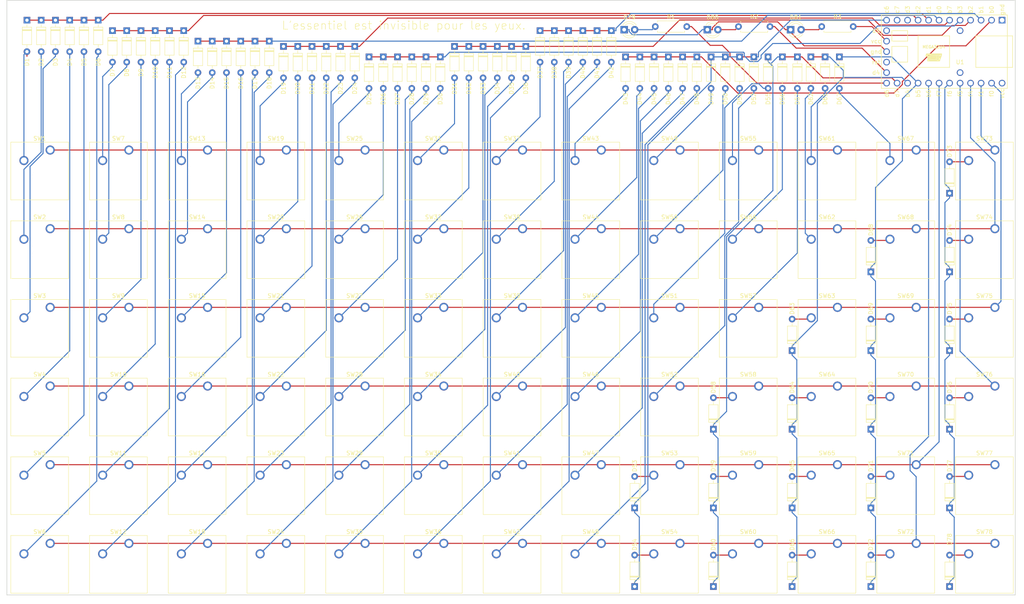
<source format=kicad_pcb>
(kicad_pcb (version 20171130) (host pcbnew 5.1.8-5.1.8)
  (layers (0 F.Cu signal) (31 B.Cu signal) (35 F.Paste user) (37 F.SilkS user) (38 B.Mask user) (39 F.Mask user) (44 Edge.Cuts user))
  (net 0 "")
  (net 1 "Net-(D1-Pad2)")
  (net 2 c0)
  (net 3 "Net-(D2-Pad2)")
  (net 4 "Net-(D3-Pad2)")
  (net 5 "Net-(D4-Pad2)")
  (net 6 "Net-(D5-Pad2)")
  (net 7 "Net-(D6-Pad2)")
  (net 8 "Net-(D7-Pad2)")
  (net 9 c1)
  (net 10 "Net-(D8-Pad2)")
  (net 11 "Net-(D9-Pad2)")
  (net 12 "Net-(D10-Pad2)")
  (net 13 "Net-(D11-Pad2)")
  (net 14 "Net-(D12-Pad2)")
  (net 15 "Net-(D13-Pad2)")
  (net 16 c2)
  (net 17 "Net-(D14-Pad2)")
  (net 18 "Net-(D15-Pad2)")
  (net 19 "Net-(D16-Pad2)")
  (net 20 "Net-(D17-Pad2)")
  (net 21 "Net-(D18-Pad2)")
  (net 22 "Net-(D19-Pad2)")
  (net 23 c3)
  (net 24 "Net-(D20-Pad2)")
  (net 25 "Net-(D21-Pad2)")
  (net 26 "Net-(D22-Pad2)")
  (net 27 "Net-(D23-Pad2)")
  (net 28 "Net-(D24-Pad2)")
  (net 29 "Net-(D25-Pad2)")
  (net 30 c4)
  (net 31 "Net-(D26-Pad2)")
  (net 32 "Net-(D27-Pad2)")
  (net 33 "Net-(D28-Pad2)")
  (net 34 "Net-(D29-Pad2)")
  (net 35 "Net-(D30-Pad2)")
  (net 36 "Net-(D31-Pad2)")
  (net 37 c5)
  (net 38 "Net-(D32-Pad2)")
  (net 39 "Net-(D33-Pad2)")
  (net 40 "Net-(D34-Pad2)")
  (net 41 "Net-(D35-Pad2)")
  (net 42 "Net-(D36-Pad2)")
  (net 43 "Net-(D37-Pad2)")
  (net 44 c6)
  (net 45 "Net-(D38-Pad2)")
  (net 46 "Net-(D39-Pad2)")
  (net 47 "Net-(D40-Pad2)")
  (net 48 "Net-(D41-Pad2)")
  (net 49 "Net-(D42-Pad2)")
  (net 50 "Net-(D43-Pad2)")
  (net 51 c7)
  (net 52 "Net-(D44-Pad2)")
  (net 53 "Net-(D45-Pad2)")
  (net 54 "Net-(D46-Pad2)")
  (net 55 "Net-(D47-Pad2)")
  (net 56 "Net-(D48-Pad2)")
  (net 57 "Net-(D49-Pad2)")
  (net 58 c8)
  (net 59 "Net-(D50-Pad2)")
  (net 60 "Net-(D51-Pad2)")
  (net 61 "Net-(D52-Pad2)")
  (net 62 "Net-(D53-Pad2)")
  (net 63 "Net-(D54-Pad2)")
  (net 64 "Net-(D55-Pad2)")
  (net 65 c9)
  (net 66 "Net-(D56-Pad2)")
  (net 67 "Net-(D57-Pad2)")
  (net 68 "Net-(D58-Pad2)")
  (net 69 "Net-(D59-Pad2)")
  (net 70 "Net-(D60-Pad2)")
  (net 71 "Net-(D61-Pad2)")
  (net 72 c10)
  (net 73 "Net-(D62-Pad2)")
  (net 74 "Net-(D63-Pad2)")
  (net 75 "Net-(D64-Pad2)")
  (net 76 "Net-(D65-Pad2)")
  (net 77 "Net-(D66-Pad2)")
  (net 78 "Net-(D67-Pad2)")
  (net 79 c11)
  (net 80 "Net-(D68-Pad2)")
  (net 81 "Net-(D69-Pad2)")
  (net 82 "Net-(D70-Pad2)")
  (net 83 "Net-(D71-Pad2)")
  (net 84 "Net-(D72-Pad2)")
  (net 85 "Net-(D73-Pad2)")
  (net 86 c12)
  (net 87 "Net-(D74-Pad2)")
  (net 88 "Net-(D75-Pad2)")
  (net 89 "Net-(D76-Pad2)")
  (net 90 "Net-(D77-Pad2)")
  (net 91 "Net-(D78-Pad2)")
  (net 92 "Net-(D79-Pad2)")
  (net 93 gnd)
  (net 94 "Net-(D80-Pad2)")
  (net 95 r1)
  (net 96 r0)
  (net 97 r2)
  (net 98 r3)
  (net 99 r4)
  (net 100 r5)
  (net 101 "Net-(D81-Pad2)")
  (net 102 cpp)
  (net 103 f90)
  (net 104 pwr)
  (module m78:diode_v (layer F.Cu) (at 24.8618 16.81 270)
    (fp_text reference D1 (at 10.16 0 90) (layer F.SilkS))
    (fp_text value D)
    (pad 1 thru_hole rect (at 0 0 270) (size 1.6 1.6) (drill 0.8) (layers *.Cu *.Mask) (net 2 c0))
    (pad 2 thru_hole oval (at 7.62 0 270) (size 1.6 1.6) (drill 0.8) (layers *.Cu *.Mask) (net 1 "Net-(D1-Pad2)"))
  )
  (module m78:diode_v (layer F.Cu) (at 229.06 153.97 90)
    (fp_text reference D72 (at 10.16 0 90) (layer F.SilkS))
    (fp_text value D)
    (pad 1 thru_hole rect (at 0 0 90) (size 1.6 1.6) (drill 0.8) (layers *.Cu *.Mask) (net 79 c11))
    (pad 2 thru_hole oval (at 7.62 0 90) (size 1.6 1.6) (drill 0.8) (layers *.Cu *.Mask) (net 84 "Net-(D72-Pad2)"))
  )
  (module m78:diode_v (layer F.Cu) (at 210.01 153.97 90)
    (fp_text reference D66 (at 10.16 0 90) (layer F.SilkS))
    (fp_text value D)
    (pad 1 thru_hole rect (at 0 0 90) (size 1.6 1.6) (drill 0.8) (layers *.Cu *.Mask) (net 72 c10))
    (pad 2 thru_hole oval (at 7.62 0 90) (size 1.6 1.6) (drill 0.8) (layers *.Cu *.Mask) (net 77 "Net-(D66-Pad2)"))
  )
  (module m78:diode_v (layer F.Cu) (at 190.96 153.97 90)
    (fp_text reference D60 (at 10.16 0 90) (layer F.SilkS))
    (fp_text value D)
    (pad 1 thru_hole rect (at 0 0 90) (size 1.6 1.6) (drill 0.8) (layers *.Cu *.Mask) (net 65 c9))
    (pad 2 thru_hole oval (at 7.62 0 90) (size 1.6 1.6) (drill 0.8) (layers *.Cu *.Mask) (net 70 "Net-(D60-Pad2)"))
  )
  (module m78:diode_v (layer F.Cu) (at 171.91 153.97 90)
    (fp_text reference D54 (at 10.16 0 90) (layer F.SilkS))
    (fp_text value D)
    (pad 1 thru_hole rect (at 0 0 90) (size 1.6 1.6) (drill 0.8) (layers *.Cu *.Mask) (net 58 c8))
    (pad 2 thru_hole oval (at 7.62 0 90) (size 1.6 1.6) (drill 0.8) (layers *.Cu *.Mask) (net 63 "Net-(D54-Pad2)"))
  )
  (module m78:diode_v (layer F.Cu) (at 186.953 25.7 270)
    (fp_text reference D48 (at 10.16 0 90) (layer F.SilkS))
    (fp_text value D)
    (pad 1 thru_hole rect (at 0 0 270) (size 1.6 1.6) (drill 0.8) (layers *.Cu *.Mask) (net 51 c7))
    (pad 2 thru_hole oval (at 7.62 0 270) (size 1.6 1.6) (drill 0.8) (layers *.Cu *.Mask) (net 56 "Net-(D48-Pad2)"))
  )
  (module m78:diode_v (layer F.Cu) (at 166.26 19.35 270)
    (fp_text reference D42 (at 10.16 0 90) (layer F.SilkS))
    (fp_text value D)
    (pad 1 thru_hole rect (at 0 0 270) (size 1.6 1.6) (drill 0.8) (layers *.Cu *.Mask) (net 44 c6))
    (pad 2 thru_hole oval (at 7.62 0 270) (size 1.6 1.6) (drill 0.8) (layers *.Cu *.Mask) (net 49 "Net-(D42-Pad2)"))
  )
  (module m78:diode_v (layer F.Cu) (at 145.568 23.16 270)
    (fp_text reference D36 (at 10.16 0 90) (layer F.SilkS))
    (fp_text value D)
    (pad 1 thru_hole rect (at 0 0 270) (size 1.6 1.6) (drill 0.8) (layers *.Cu *.Mask) (net 37 c5))
    (pad 2 thru_hole oval (at 7.62 0 270) (size 1.6 1.6) (drill 0.8) (layers *.Cu *.Mask) (net 42 "Net-(D36-Pad2)"))
  )
  (module m78:diode_v (layer F.Cu) (at 124.875 25.7 270)
    (fp_text reference D30 (at 10.16 0 90) (layer F.SilkS))
    (fp_text value D)
    (pad 1 thru_hole rect (at 0 0 270) (size 1.6 1.6) (drill 0.8) (layers *.Cu *.Mask) (net 30 c4))
    (pad 2 thru_hole oval (at 7.62 0 270) (size 1.6 1.6) (drill 0.8) (layers *.Cu *.Mask) (net 35 "Net-(D30-Pad2)"))
  )
  (module m78:diode_v (layer F.Cu) (at 104.183 23.16 270)
    (fp_text reference D24 (at 10.16 0 90) (layer F.SilkS))
    (fp_text value D)
    (pad 1 thru_hole rect (at 0 0 270) (size 1.6 1.6) (drill 0.8) (layers *.Cu *.Mask) (net 23 c3))
    (pad 2 thru_hole oval (at 7.62 0 270) (size 1.6 1.6) (drill 0.8) (layers *.Cu *.Mask) (net 28 "Net-(D24-Pad2)"))
  )
  (module m78:diode_v (layer F.Cu) (at 83.4904 21.89 270)
    (fp_text reference D18 (at 10.16 0 90) (layer F.SilkS))
    (fp_text value D)
    (pad 1 thru_hole rect (at 0 0 270) (size 1.6 1.6) (drill 0.8) (layers *.Cu *.Mask) (net 16 c2))
    (pad 2 thru_hole oval (at 7.62 0 270) (size 1.6 1.6) (drill 0.8) (layers *.Cu *.Mask) (net 21 "Net-(D18-Pad2)"))
  )
  (module m78:diode_v (layer F.Cu) (at 62.7979 19.35 270)
    (fp_text reference D12 (at 10.16 0 90) (layer F.SilkS))
    (fp_text value D)
    (pad 1 thru_hole rect (at 0 0 270) (size 1.6 1.6) (drill 0.8) (layers *.Cu *.Mask) (net 9 c1))
    (pad 2 thru_hole oval (at 7.62 0 270) (size 1.6 1.6) (drill 0.8) (layers *.Cu *.Mask) (net 14 "Net-(D12-Pad2)"))
  )
  (module m78:diode_v (layer F.Cu) (at 42.1055 16.81 270)
    (fp_text reference D6 (at 10.16 0 90) (layer F.SilkS))
    (fp_text value D)
    (pad 1 thru_hole rect (at 0 0 270) (size 1.6 1.6) (drill 0.8) (layers *.Cu *.Mask) (net 2 c0))
    (pad 2 thru_hole oval (at 7.62 0 270) (size 1.6 1.6) (drill 0.8) (layers *.Cu *.Mask) (net 7 "Net-(D6-Pad2)"))
  )
  (module m78:diode_v (layer F.Cu) (at 221.44 25.7 270)
    (fp_text reference D67 (at 10.16 0 90) (layer F.SilkS))
    (fp_text value D)
    (pad 1 thru_hole rect (at 0 0 270) (size 1.6 1.6) (drill 0.8) (layers *.Cu *.Mask) (net 79 c11))
    (pad 2 thru_hole oval (at 7.62 0 270) (size 1.6 1.6) (drill 0.8) (layers *.Cu *.Mask) (net 78 "Net-(D67-Pad2)"))
  )
  (module m78:diode_v (layer F.Cu) (at 248.11 134.92 90)
    (fp_text reference D77 (at 10.16 0 90) (layer F.SilkS))
    (fp_text value D)
    (pad 1 thru_hole rect (at 0 0 90) (size 1.6 1.6) (drill 0.8) (layers *.Cu *.Mask) (net 86 c12))
    (pad 2 thru_hole oval (at 7.62 0 90) (size 1.6 1.6) (drill 0.8) (layers *.Cu *.Mask) (net 90 "Net-(D77-Pad2)"))
  )
  (module m78:diode_v (layer F.Cu) (at 248.11 115.87 90)
    (fp_text reference D76 (at 10.16 0 90) (layer F.SilkS))
    (fp_text value D)
    (pad 1 thru_hole rect (at 0 0 90) (size 1.6 1.6) (drill 0.8) (layers *.Cu *.Mask) (net 86 c12))
    (pad 2 thru_hole oval (at 7.62 0 90) (size 1.6 1.6) (drill 0.8) (layers *.Cu *.Mask) (net 89 "Net-(D76-Pad2)"))
  )
  (module m78:diode_v (layer F.Cu) (at 248.11 96.82 90)
    (fp_text reference D75 (at 10.16 0 90) (layer F.SilkS))
    (fp_text value D)
    (pad 1 thru_hole rect (at 0 0 90) (size 1.6 1.6) (drill 0.8) (layers *.Cu *.Mask) (net 86 c12))
    (pad 2 thru_hole oval (at 7.62 0 90) (size 1.6 1.6) (drill 0.8) (layers *.Cu *.Mask) (net 88 "Net-(D75-Pad2)"))
  )
  (module m78:diode_v (layer F.Cu) (at 248.11 77.77 90)
    (fp_text reference D74 (at 10.16 0 90) (layer F.SilkS))
    (fp_text value D)
    (pad 1 thru_hole rect (at 0 0 90) (size 1.6 1.6) (drill 0.8) (layers *.Cu *.Mask) (net 86 c12))
    (pad 2 thru_hole oval (at 7.62 0 90) (size 1.6 1.6) (drill 0.8) (layers *.Cu *.Mask) (net 87 "Net-(D74-Pad2)"))
  )
  (module m78:diode_v (layer F.Cu) (at 248.11 58.72 90)
    (fp_text reference D73 (at 10.16 0 90) (layer F.SilkS))
    (fp_text value D)
    (pad 1 thru_hole rect (at 0 0 90) (size 1.6 1.6) (drill 0.8) (layers *.Cu *.Mask) (net 86 c12))
    (pad 2 thru_hole oval (at 7.62 0 90) (size 1.6 1.6) (drill 0.8) (layers *.Cu *.Mask) (net 85 "Net-(D73-Pad2)"))
  )
  (module m78:diode_v (layer F.Cu) (at 229.06 134.92 90)
    (fp_text reference D71 (at 10.16 0 90) (layer F.SilkS))
    (fp_text value D)
    (pad 1 thru_hole rect (at 0 0 90) (size 1.6 1.6) (drill 0.8) (layers *.Cu *.Mask) (net 79 c11))
    (pad 2 thru_hole oval (at 7.62 0 90) (size 1.6 1.6) (drill 0.8) (layers *.Cu *.Mask) (net 83 "Net-(D71-Pad2)"))
  )
  (module m78:diode_v (layer F.Cu) (at 229.06 115.87 90)
    (fp_text reference D70 (at 10.16 0 90) (layer F.SilkS))
    (fp_text value D)
    (pad 1 thru_hole rect (at 0 0 90) (size 1.6 1.6) (drill 0.8) (layers *.Cu *.Mask) (net 79 c11))
    (pad 2 thru_hole oval (at 7.62 0 90) (size 1.6 1.6) (drill 0.8) (layers *.Cu *.Mask) (net 82 "Net-(D70-Pad2)"))
  )
  (module m78:diode_v (layer F.Cu) (at 229.06 96.82 90)
    (fp_text reference D69 (at 10.16 0 90) (layer F.SilkS))
    (fp_text value D)
    (pad 1 thru_hole rect (at 0 0 90) (size 1.6 1.6) (drill 0.8) (layers *.Cu *.Mask) (net 79 c11))
    (pad 2 thru_hole oval (at 7.62 0 90) (size 1.6 1.6) (drill 0.8) (layers *.Cu *.Mask) (net 81 "Net-(D69-Pad2)"))
  )
  (module m78:diode_v (layer F.Cu) (at 229.06 77.77 90)
    (fp_text reference D68 (at 10.16 0 90) (layer F.SilkS))
    (fp_text value D)
    (pad 1 thru_hole rect (at 0 0 90) (size 1.6 1.6) (drill 0.8) (layers *.Cu *.Mask) (net 79 c11))
    (pad 2 thru_hole oval (at 7.62 0 90) (size 1.6 1.6) (drill 0.8) (layers *.Cu *.Mask) (net 80 "Net-(D68-Pad2)"))
  )
  (module m78:diode_v (layer F.Cu) (at 210.01 134.92 90)
    (fp_text reference D65 (at 10.16 0 90) (layer F.SilkS))
    (fp_text value D)
    (pad 1 thru_hole rect (at 0 0 90) (size 1.6 1.6) (drill 0.8) (layers *.Cu *.Mask) (net 72 c10))
    (pad 2 thru_hole oval (at 7.62 0 90) (size 1.6 1.6) (drill 0.8) (layers *.Cu *.Mask) (net 76 "Net-(D65-Pad2)"))
  )
  (module m78:diode_v (layer F.Cu) (at 210.01 115.87 90)
    (fp_text reference D64 (at 10.16 0 90) (layer F.SilkS))
    (fp_text value D)
    (pad 1 thru_hole rect (at 0 0 90) (size 1.6 1.6) (drill 0.8) (layers *.Cu *.Mask) (net 72 c10))
    (pad 2 thru_hole oval (at 7.62 0 90) (size 1.6 1.6) (drill 0.8) (layers *.Cu *.Mask) (net 75 "Net-(D64-Pad2)"))
  )
  (module m78:diode_v (layer F.Cu) (at 210.01 96.82 90)
    (fp_text reference D63 (at 10.16 0 90) (layer F.SilkS))
    (fp_text value D)
    (pad 1 thru_hole rect (at 0 0 90) (size 1.6 1.6) (drill 0.8) (layers *.Cu *.Mask) (net 72 c10))
    (pad 2 thru_hole oval (at 7.62 0 90) (size 1.6 1.6) (drill 0.8) (layers *.Cu *.Mask) (net 74 "Net-(D63-Pad2)"))
  )
  (module m78:diode_v (layer F.Cu) (at 214.542 25.7 270)
    (fp_text reference D62 (at 10.16 0 90) (layer F.SilkS))
    (fp_text value D)
    (pad 1 thru_hole rect (at 0 0 270) (size 1.6 1.6) (drill 0.8) (layers *.Cu *.Mask) (net 72 c10))
    (pad 2 thru_hole oval (at 7.62 0 270) (size 1.6 1.6) (drill 0.8) (layers *.Cu *.Mask) (net 73 "Net-(D62-Pad2)"))
  )
  (module m78:diode_v (layer F.Cu) (at 217.991 25.7 270)
    (fp_text reference D61 (at 10.16 0 90) (layer F.SilkS))
    (fp_text value D)
    (pad 1 thru_hole rect (at 0 0 270) (size 1.6 1.6) (drill 0.8) (layers *.Cu *.Mask) (net 72 c10))
    (pad 2 thru_hole oval (at 7.62 0 270) (size 1.6 1.6) (drill 0.8) (layers *.Cu *.Mask) (net 71 "Net-(D61-Pad2)"))
  )
  (module m78:diode_v (layer F.Cu) (at 190.96 134.92 90)
    (fp_text reference D59 (at 10.16 0 90) (layer F.SilkS))
    (fp_text value D)
    (pad 1 thru_hole rect (at 0 0 90) (size 1.6 1.6) (drill 0.8) (layers *.Cu *.Mask) (net 65 c9))
    (pad 2 thru_hole oval (at 7.62 0 90) (size 1.6 1.6) (drill 0.8) (layers *.Cu *.Mask) (net 69 "Net-(D59-Pad2)"))
  )
  (module m78:diode_v (layer F.Cu) (at 190.96 115.87 90)
    (fp_text reference D58 (at 10.16 0 90) (layer F.SilkS))
    (fp_text value D)
    (pad 1 thru_hole rect (at 0 0 90) (size 1.6 1.6) (drill 0.8) (layers *.Cu *.Mask) (net 65 c9))
    (pad 2 thru_hole oval (at 7.62 0 90) (size 1.6 1.6) (drill 0.8) (layers *.Cu *.Mask) (net 68 "Net-(D58-Pad2)"))
  )
  (module m78:diode_v (layer F.Cu) (at 211.28 25.7 270)
    (fp_text reference D57 (at 10.16 0 90) (layer F.SilkS))
    (fp_text value D)
    (pad 1 thru_hole rect (at 0 0 270) (size 1.6 1.6) (drill 0.8) (layers *.Cu *.Mask) (net 65 c9))
    (pad 2 thru_hole oval (at 7.62 0 270) (size 1.6 1.6) (drill 0.8) (layers *.Cu *.Mask) (net 67 "Net-(D57-Pad2)"))
  )
  (module m78:diode_v (layer F.Cu) (at 207.645 25.7 270)
    (fp_text reference D56 (at 10.16 0 90) (layer F.SilkS))
    (fp_text value D)
    (pad 1 thru_hole rect (at 0 0 270) (size 1.6 1.6) (drill 0.8) (layers *.Cu *.Mask) (net 65 c9))
    (pad 2 thru_hole oval (at 7.62 0 270) (size 1.6 1.6) (drill 0.8) (layers *.Cu *.Mask) (net 66 "Net-(D56-Pad2)"))
  )
  (module m78:diode_v (layer F.Cu) (at 204.196 25.7 270)
    (fp_text reference D55 (at 10.16 0 90) (layer F.SilkS))
    (fp_text value D)
    (pad 1 thru_hole rect (at 0 0 270) (size 1.6 1.6) (drill 0.8) (layers *.Cu *.Mask) (net 65 c9))
    (pad 2 thru_hole oval (at 7.62 0 270) (size 1.6 1.6) (drill 0.8) (layers *.Cu *.Mask) (net 64 "Net-(D55-Pad2)"))
  )
  (module m78:diode_v (layer F.Cu) (at 171.91 134.92 90)
    (fp_text reference D53 (at 10.16 0 90) (layer F.SilkS))
    (fp_text value D)
    (pad 1 thru_hole rect (at 0 0 90) (size 1.6 1.6) (drill 0.8) (layers *.Cu *.Mask) (net 58 c8))
    (pad 2 thru_hole oval (at 7.62 0 90) (size 1.6 1.6) (drill 0.8) (layers *.Cu *.Mask) (net 62 "Net-(D53-Pad2)"))
  )
  (module m78:diode_v (layer F.Cu) (at 200.748 25.7 270)
    (fp_text reference D52 (at 10.16 0 90) (layer F.SilkS))
    (fp_text value D)
    (pad 1 thru_hole rect (at 0 0 270) (size 1.6 1.6) (drill 0.8) (layers *.Cu *.Mask) (net 58 c8))
    (pad 2 thru_hole oval (at 7.62 0 270) (size 1.6 1.6) (drill 0.8) (layers *.Cu *.Mask) (net 61 "Net-(D52-Pad2)"))
  )
  (module m78:diode_v (layer F.Cu) (at 197.299 25.7 270)
    (fp_text reference D51 (at 10.16 0 90) (layer F.SilkS))
    (fp_text value D)
    (pad 1 thru_hole rect (at 0 0 270) (size 1.6 1.6) (drill 0.8) (layers *.Cu *.Mask) (net 58 c8))
    (pad 2 thru_hole oval (at 7.62 0 270) (size 1.6 1.6) (drill 0.8) (layers *.Cu *.Mask) (net 60 "Net-(D51-Pad2)"))
  )
  (module m78:diode_v (layer F.Cu) (at 193.85 25.7 270)
    (fp_text reference D50 (at 10.16 0 90) (layer F.SilkS))
    (fp_text value D)
    (pad 1 thru_hole rect (at 0 0 270) (size 1.6 1.6) (drill 0.8) (layers *.Cu *.Mask) (net 58 c8))
    (pad 2 thru_hole oval (at 7.62 0 270) (size 1.6 1.6) (drill 0.8) (layers *.Cu *.Mask) (net 59 "Net-(D50-Pad2)"))
  )
  (module m78:diode_v (layer F.Cu) (at 190.401 25.7 270)
    (fp_text reference D49 (at 10.16 0 90) (layer F.SilkS))
    (fp_text value D)
    (pad 1 thru_hole rect (at 0 0 270) (size 1.6 1.6) (drill 0.8) (layers *.Cu *.Mask) (net 58 c8))
    (pad 2 thru_hole oval (at 7.62 0 270) (size 1.6 1.6) (drill 0.8) (layers *.Cu *.Mask) (net 57 "Net-(D49-Pad2)"))
  )
  (module m78:diode_v (layer F.Cu) (at 183.504 25.7 270)
    (fp_text reference D47 (at 10.16 0 90) (layer F.SilkS))
    (fp_text value D)
    (pad 1 thru_hole rect (at 0 0 270) (size 1.6 1.6) (drill 0.8) (layers *.Cu *.Mask) (net 51 c7))
    (pad 2 thru_hole oval (at 7.62 0 270) (size 1.6 1.6) (drill 0.8) (layers *.Cu *.Mask) (net 55 "Net-(D47-Pad2)"))
  )
  (module m78:diode_v (layer F.Cu) (at 180.055 25.7 270)
    (fp_text reference D46 (at 10.16 0 90) (layer F.SilkS))
    (fp_text value D)
    (pad 1 thru_hole rect (at 0 0 270) (size 1.6 1.6) (drill 0.8) (layers *.Cu *.Mask) (net 51 c7))
    (pad 2 thru_hole oval (at 7.62 0 270) (size 1.6 1.6) (drill 0.8) (layers *.Cu *.Mask) (net 54 "Net-(D46-Pad2)"))
  )
  (module m78:diode_v (layer F.Cu) (at 176.606 25.7 270)
    (fp_text reference D45 (at 10.16 0 90) (layer F.SilkS))
    (fp_text value D)
    (pad 1 thru_hole rect (at 0 0 270) (size 1.6 1.6) (drill 0.8) (layers *.Cu *.Mask) (net 51 c7))
    (pad 2 thru_hole oval (at 7.62 0 270) (size 1.6 1.6) (drill 0.8) (layers *.Cu *.Mask) (net 53 "Net-(D45-Pad2)"))
  )
  (module m78:diode_v (layer F.Cu) (at 173.158 25.7 270)
    (fp_text reference D44 (at 10.16 0 90) (layer F.SilkS))
    (fp_text value D)
    (pad 1 thru_hole rect (at 0 0 270) (size 1.6 1.6) (drill 0.8) (layers *.Cu *.Mask) (net 51 c7))
    (pad 2 thru_hole oval (at 7.62 0 270) (size 1.6 1.6) (drill 0.8) (layers *.Cu *.Mask) (net 52 "Net-(D44-Pad2)"))
  )
  (module m78:diode_v (layer F.Cu) (at 169.709 25.7 270)
    (fp_text reference D43 (at 10.16 0 90) (layer F.SilkS))
    (fp_text value D)
    (pad 1 thru_hole rect (at 0 0 270) (size 1.6 1.6) (drill 0.8) (layers *.Cu *.Mask) (net 51 c7))
    (pad 2 thru_hole oval (at 7.62 0 270) (size 1.6 1.6) (drill 0.8) (layers *.Cu *.Mask) (net 50 "Net-(D43-Pad2)"))
  )
  (module m78:diode_v (layer F.Cu) (at 162.811 19.35 270)
    (fp_text reference D41 (at 10.16 0 90) (layer F.SilkS))
    (fp_text value D)
    (pad 1 thru_hole rect (at 0 0 270) (size 1.6 1.6) (drill 0.8) (layers *.Cu *.Mask) (net 44 c6))
    (pad 2 thru_hole oval (at 7.62 0 270) (size 1.6 1.6) (drill 0.8) (layers *.Cu *.Mask) (net 48 "Net-(D41-Pad2)"))
  )
  (module m78:diode_v (layer F.Cu) (at 159.363 19.35 270)
    (fp_text reference D40 (at 10.16 0 90) (layer F.SilkS))
    (fp_text value D)
    (pad 1 thru_hole rect (at 0 0 270) (size 1.6 1.6) (drill 0.8) (layers *.Cu *.Mask) (net 44 c6))
    (pad 2 thru_hole oval (at 7.62 0 270) (size 1.6 1.6) (drill 0.8) (layers *.Cu *.Mask) (net 47 "Net-(D40-Pad2)"))
  )
  (module m78:diode_v (layer F.Cu) (at 155.914 19.35 270)
    (fp_text reference D39 (at 10.16 0 90) (layer F.SilkS))
    (fp_text value D)
    (pad 1 thru_hole rect (at 0 0 270) (size 1.6 1.6) (drill 0.8) (layers *.Cu *.Mask) (net 44 c6))
    (pad 2 thru_hole oval (at 7.62 0 270) (size 1.6 1.6) (drill 0.8) (layers *.Cu *.Mask) (net 46 "Net-(D39-Pad2)"))
  )
  (module m78:diode_v (layer F.Cu) (at 152.465 19.35 270)
    (fp_text reference D38 (at 10.16 0 90) (layer F.SilkS))
    (fp_text value D)
    (pad 1 thru_hole rect (at 0 0 270) (size 1.6 1.6) (drill 0.8) (layers *.Cu *.Mask) (net 44 c6))
    (pad 2 thru_hole oval (at 7.62 0 270) (size 1.6 1.6) (drill 0.8) (layers *.Cu *.Mask) (net 45 "Net-(D38-Pad2)"))
  )
  (module m78:diode_v (layer F.Cu) (at 149.016 19.35 270)
    (fp_text reference D37 (at 10.16 0 90) (layer F.SilkS))
    (fp_text value D)
    (pad 1 thru_hole rect (at 0 0 270) (size 1.6 1.6) (drill 0.8) (layers *.Cu *.Mask) (net 44 c6))
    (pad 2 thru_hole oval (at 7.62 0 270) (size 1.6 1.6) (drill 0.8) (layers *.Cu *.Mask) (net 43 "Net-(D37-Pad2)"))
  )
  (module m78:diode_v (layer F.Cu) (at 142.119 23.16 270)
    (fp_text reference D35 (at 10.16 0 90) (layer F.SilkS))
    (fp_text value D)
    (pad 1 thru_hole rect (at 0 0 270) (size 1.6 1.6) (drill 0.8) (layers *.Cu *.Mask) (net 37 c5))
    (pad 2 thru_hole oval (at 7.62 0 270) (size 1.6 1.6) (drill 0.8) (layers *.Cu *.Mask) (net 41 "Net-(D35-Pad2)"))
  )
  (module m78:diode_v (layer F.Cu) (at 138.67 23.16 270)
    (fp_text reference D34 (at 10.16 0 90) (layer F.SilkS))
    (fp_text value D)
    (pad 1 thru_hole rect (at 0 0 270) (size 1.6 1.6) (drill 0.8) (layers *.Cu *.Mask) (net 37 c5))
    (pad 2 thru_hole oval (at 7.62 0 270) (size 1.6 1.6) (drill 0.8) (layers *.Cu *.Mask) (net 40 "Net-(D34-Pad2)"))
  )
  (module m78:diode_v (layer F.Cu) (at 135.221 23.16 270)
    (fp_text reference D33 (at 10.16 0 90) (layer F.SilkS))
    (fp_text value D)
    (pad 1 thru_hole rect (at 0 0 270) (size 1.6 1.6) (drill 0.8) (layers *.Cu *.Mask) (net 37 c5))
    (pad 2 thru_hole oval (at 7.62 0 270) (size 1.6 1.6) (drill 0.8) (layers *.Cu *.Mask) (net 39 "Net-(D33-Pad2)"))
  )
  (module m78:diode_v (layer F.Cu) (at 131.773 23.16 270)
    (fp_text reference D32 (at 10.16 0 90) (layer F.SilkS))
    (fp_text value D)
    (pad 1 thru_hole rect (at 0 0 270) (size 1.6 1.6) (drill 0.8) (layers *.Cu *.Mask) (net 37 c5))
    (pad 2 thru_hole oval (at 7.62 0 270) (size 1.6 1.6) (drill 0.8) (layers *.Cu *.Mask) (net 38 "Net-(D32-Pad2)"))
  )
  (module m78:diode_v (layer F.Cu) (at 128.324 23.16 270)
    (fp_text reference D31 (at 10.16 0 90) (layer F.SilkS))
    (fp_text value D)
    (pad 1 thru_hole rect (at 0 0 270) (size 1.6 1.6) (drill 0.8) (layers *.Cu *.Mask) (net 37 c5))
    (pad 2 thru_hole oval (at 7.62 0 270) (size 1.6 1.6) (drill 0.8) (layers *.Cu *.Mask) (net 36 "Net-(D31-Pad2)"))
  )
  (module m78:diode_v (layer F.Cu) (at 121.427 25.7 270)
    (fp_text reference D29 (at 10.16 0 90) (layer F.SilkS))
    (fp_text value D)
    (pad 1 thru_hole rect (at 0 0 270) (size 1.6 1.6) (drill 0.8) (layers *.Cu *.Mask) (net 30 c4))
    (pad 2 thru_hole oval (at 7.62 0 270) (size 1.6 1.6) (drill 0.8) (layers *.Cu *.Mask) (net 34 "Net-(D29-Pad2)"))
  )
  (module m78:diode_v (layer F.Cu) (at 117.978 25.7 270)
    (fp_text reference D28 (at 10.16 0 90) (layer F.SilkS))
    (fp_text value D)
    (pad 1 thru_hole rect (at 0 0 270) (size 1.6 1.6) (drill 0.8) (layers *.Cu *.Mask) (net 30 c4))
    (pad 2 thru_hole oval (at 7.62 0 270) (size 1.6 1.6) (drill 0.8) (layers *.Cu *.Mask) (net 33 "Net-(D28-Pad2)"))
  )
  (module m78:diode_v (layer F.Cu) (at 114.529 25.7 270)
    (fp_text reference D27 (at 10.16 0 90) (layer F.SilkS))
    (fp_text value D)
    (pad 1 thru_hole rect (at 0 0 270) (size 1.6 1.6) (drill 0.8) (layers *.Cu *.Mask) (net 30 c4))
    (pad 2 thru_hole oval (at 7.62 0 270) (size 1.6 1.6) (drill 0.8) (layers *.Cu *.Mask) (net 32 "Net-(D27-Pad2)"))
  )
  (module m78:diode_v (layer F.Cu) (at 111.08 25.7 270)
    (fp_text reference D26 (at 10.16 0 90) (layer F.SilkS))
    (fp_text value D)
    (pad 1 thru_hole rect (at 0 0 270) (size 1.6 1.6) (drill 0.8) (layers *.Cu *.Mask) (net 30 c4))
    (pad 2 thru_hole oval (at 7.62 0 270) (size 1.6 1.6) (drill 0.8) (layers *.Cu *.Mask) (net 31 "Net-(D26-Pad2)"))
  )
  (module m78:diode_v (layer F.Cu) (at 107.632 25.7 270)
    (fp_text reference D25 (at 10.16 0 90) (layer F.SilkS))
    (fp_text value D)
    (pad 1 thru_hole rect (at 0 0 270) (size 1.6 1.6) (drill 0.8) (layers *.Cu *.Mask) (net 30 c4))
    (pad 2 thru_hole oval (at 7.62 0 270) (size 1.6 1.6) (drill 0.8) (layers *.Cu *.Mask) (net 29 "Net-(D25-Pad2)"))
  )
  (module m78:diode_v (layer F.Cu) (at 100.734 23.16 270)
    (fp_text reference D23 (at 10.16 0 90) (layer F.SilkS))
    (fp_text value D)
    (pad 1 thru_hole rect (at 0 0 270) (size 1.6 1.6) (drill 0.8) (layers *.Cu *.Mask) (net 23 c3))
    (pad 2 thru_hole oval (at 7.62 0 270) (size 1.6 1.6) (drill 0.8) (layers *.Cu *.Mask) (net 27 "Net-(D23-Pad2)"))
  )
  (module m78:diode_v (layer F.Cu) (at 97.2853 23.16 270)
    (fp_text reference D22 (at 10.16 0 90) (layer F.SilkS))
    (fp_text value D)
    (pad 1 thru_hole rect (at 0 0 270) (size 1.6 1.6) (drill 0.8) (layers *.Cu *.Mask) (net 23 c3))
    (pad 2 thru_hole oval (at 7.62 0 270) (size 1.6 1.6) (drill 0.8) (layers *.Cu *.Mask) (net 26 "Net-(D22-Pad2)"))
  )
  (module m78:diode_v (layer F.Cu) (at 93.8366 23.16 270)
    (fp_text reference D21 (at 10.16 0 90) (layer F.SilkS))
    (fp_text value D)
    (pad 1 thru_hole rect (at 0 0 270) (size 1.6 1.6) (drill 0.8) (layers *.Cu *.Mask) (net 23 c3))
    (pad 2 thru_hole oval (at 7.62 0 270) (size 1.6 1.6) (drill 0.8) (layers *.Cu *.Mask) (net 25 "Net-(D21-Pad2)"))
  )
  (module m78:diode_v (layer F.Cu) (at 90.3879 23.16 270)
    (fp_text reference D20 (at 10.16 0 90) (layer F.SilkS))
    (fp_text value D)
    (pad 1 thru_hole rect (at 0 0 270) (size 1.6 1.6) (drill 0.8) (layers *.Cu *.Mask) (net 23 c3))
    (pad 2 thru_hole oval (at 7.62 0 270) (size 1.6 1.6) (drill 0.8) (layers *.Cu *.Mask) (net 24 "Net-(D20-Pad2)"))
  )
  (module m78:diode_v (layer F.Cu) (at 86.9391 23.16 270)
    (fp_text reference D19 (at 10.16 0 90) (layer F.SilkS))
    (fp_text value D)
    (pad 1 thru_hole rect (at 0 0 270) (size 1.6 1.6) (drill 0.8) (layers *.Cu *.Mask) (net 23 c3))
    (pad 2 thru_hole oval (at 7.62 0 270) (size 1.6 1.6) (drill 0.8) (layers *.Cu *.Mask) (net 22 "Net-(D19-Pad2)"))
  )
  (module m78:diode_v (layer F.Cu) (at 80.0416 21.89 270)
    (fp_text reference D17 (at 10.16 0 90) (layer F.SilkS))
    (fp_text value D)
    (pad 1 thru_hole rect (at 0 0 270) (size 1.6 1.6) (drill 0.8) (layers *.Cu *.Mask) (net 16 c2))
    (pad 2 thru_hole oval (at 7.62 0 270) (size 1.6 1.6) (drill 0.8) (layers *.Cu *.Mask) (net 20 "Net-(D17-Pad2)"))
  )
  (module m78:diode_v (layer F.Cu) (at 76.5929 21.89 270)
    (fp_text reference D16 (at 10.16 0 90) (layer F.SilkS))
    (fp_text value D)
    (pad 1 thru_hole rect (at 0 0 270) (size 1.6 1.6) (drill 0.8) (layers *.Cu *.Mask) (net 16 c2))
    (pad 2 thru_hole oval (at 7.62 0 270) (size 1.6 1.6) (drill 0.8) (layers *.Cu *.Mask) (net 19 "Net-(D16-Pad2)"))
  )
  (module m78:diode_v (layer F.Cu) (at 73.1442 21.89 270)
    (fp_text reference D15 (at 10.16 0 90) (layer F.SilkS))
    (fp_text value D)
    (pad 1 thru_hole rect (at 0 0 270) (size 1.6 1.6) (drill 0.8) (layers *.Cu *.Mask) (net 16 c2))
    (pad 2 thru_hole oval (at 7.62 0 270) (size 1.6 1.6) (drill 0.8) (layers *.Cu *.Mask) (net 18 "Net-(D15-Pad2)"))
  )
  (module m78:diode_v (layer F.Cu) (at 69.6954 21.89 270)
    (fp_text reference D14 (at 10.16 0 90) (layer F.SilkS))
    (fp_text value D)
    (pad 1 thru_hole rect (at 0 0 270) (size 1.6 1.6) (drill 0.8) (layers *.Cu *.Mask) (net 16 c2))
    (pad 2 thru_hole oval (at 7.62 0 270) (size 1.6 1.6) (drill 0.8) (layers *.Cu *.Mask) (net 17 "Net-(D14-Pad2)"))
  )
  (module m78:diode_v (layer F.Cu) (at 66.2467 21.89 270)
    (fp_text reference D13 (at 10.16 0 90) (layer F.SilkS))
    (fp_text value D)
    (pad 1 thru_hole rect (at 0 0 270) (size 1.6 1.6) (drill 0.8) (layers *.Cu *.Mask) (net 16 c2))
    (pad 2 thru_hole oval (at 7.62 0 270) (size 1.6 1.6) (drill 0.8) (layers *.Cu *.Mask) (net 15 "Net-(D13-Pad2)"))
  )
  (module m78:diode_v (layer F.Cu) (at 59.3492 19.35 270)
    (fp_text reference D11 (at 10.16 0 90) (layer F.SilkS))
    (fp_text value D)
    (pad 1 thru_hole rect (at 0 0 270) (size 1.6 1.6) (drill 0.8) (layers *.Cu *.Mask) (net 9 c1))
    (pad 2 thru_hole oval (at 7.62 0 270) (size 1.6 1.6) (drill 0.8) (layers *.Cu *.Mask) (net 13 "Net-(D11-Pad2)"))
  )
  (module m78:diode_v (layer F.Cu) (at 55.9005 19.35 270)
    (fp_text reference D10 (at 10.16 0 90) (layer F.SilkS))
    (fp_text value D)
    (pad 1 thru_hole rect (at 0 0 270) (size 1.6 1.6) (drill 0.8) (layers *.Cu *.Mask) (net 9 c1))
    (pad 2 thru_hole oval (at 7.62 0 270) (size 1.6 1.6) (drill 0.8) (layers *.Cu *.Mask) (net 12 "Net-(D10-Pad2)"))
  )
  (module m78:diode_v (layer F.Cu) (at 52.4517 19.35 270)
    (fp_text reference D9 (at 10.16 0 90) (layer F.SilkS))
    (fp_text value D)
    (pad 1 thru_hole rect (at 0 0 270) (size 1.6 1.6) (drill 0.8) (layers *.Cu *.Mask) (net 9 c1))
    (pad 2 thru_hole oval (at 7.62 0 270) (size 1.6 1.6) (drill 0.8) (layers *.Cu *.Mask) (net 11 "Net-(D9-Pad2)"))
  )
  (module m78:diode_v (layer F.Cu) (at 49.003 19.35 270)
    (fp_text reference D8 (at 10.16 0 90) (layer F.SilkS))
    (fp_text value D)
    (pad 1 thru_hole rect (at 0 0 270) (size 1.6 1.6) (drill 0.8) (layers *.Cu *.Mask) (net 9 c1))
    (pad 2 thru_hole oval (at 7.62 0 270) (size 1.6 1.6) (drill 0.8) (layers *.Cu *.Mask) (net 10 "Net-(D8-Pad2)"))
  )
  (module m78:diode_v (layer F.Cu) (at 45.5542 19.35 270)
    (fp_text reference D7 (at 10.16 0 90) (layer F.SilkS))
    (fp_text value D)
    (pad 1 thru_hole rect (at 0 0 270) (size 1.6 1.6) (drill 0.8) (layers *.Cu *.Mask) (net 9 c1))
    (pad 2 thru_hole oval (at 7.62 0 270) (size 1.6 1.6) (drill 0.8) (layers *.Cu *.Mask) (net 8 "Net-(D7-Pad2)"))
  )
  (module m78:diode_v (layer F.Cu) (at 38.6568 16.81 270)
    (fp_text reference D5 (at 10.16 0 90) (layer F.SilkS))
    (fp_text value D)
    (pad 1 thru_hole rect (at 0 0 270) (size 1.6 1.6) (drill 0.8) (layers *.Cu *.Mask) (net 2 c0))
    (pad 2 thru_hole oval (at 7.62 0 270) (size 1.6 1.6) (drill 0.8) (layers *.Cu *.Mask) (net 6 "Net-(D5-Pad2)"))
  )
  (module m78:diode_v (layer F.Cu) (at 35.208 16.81 270)
    (fp_text reference D4 (at 10.16 0 90) (layer F.SilkS))
    (fp_text value D)
    (pad 1 thru_hole rect (at 0 0 270) (size 1.6 1.6) (drill 0.8) (layers *.Cu *.Mask) (net 2 c0))
    (pad 2 thru_hole oval (at 7.62 0 270) (size 1.6 1.6) (drill 0.8) (layers *.Cu *.Mask) (net 5 "Net-(D4-Pad2)"))
  )
  (module m78:diode_v (layer F.Cu) (at 31.7593 16.81 270)
    (fp_text reference D3 (at 10.16 0 90) (layer F.SilkS))
    (fp_text value D)
    (pad 1 thru_hole rect (at 0 0 270) (size 1.6 1.6) (drill 0.8) (layers *.Cu *.Mask) (net 2 c0))
    (pad 2 thru_hole oval (at 7.62 0 270) (size 1.6 1.6) (drill 0.8) (layers *.Cu *.Mask) (net 4 "Net-(D3-Pad2)"))
  )
  (module m78:diode_v (layer F.Cu) (at 28.3105 16.81 270)
    (fp_text reference D2 (at 10.16 0 90) (layer F.SilkS))
    (fp_text value D)
    (pad 1 thru_hole rect (at 0 0 270) (size 1.6 1.6) (drill 0.8) (layers *.Cu *.Mask) (net 2 c0))
    (pad 2 thru_hole oval (at 7.62 0 270) (size 1.6 1.6) (drill 0.8) (layers *.Cu *.Mask) (net 3 "Net-(D2-Pad2)"))
  )
  (module m78:diode_h (layer F.Cu) (at 248.11 153.97 90)
    (fp_text reference D78 (at 11.43 0 90) (layer F.SilkS))
    (fp_text value D)
    (pad 2 thru_hole oval (at 7.62 0 90) (size 1.6 1.6) (drill 0.8) (layers *.Cu *.Mask) (net 91 "Net-(D78-Pad2)"))
    (pad 1 thru_hole rect (at 0 0 90) (size 1.6 1.6) (drill 0.8) (layers *.Cu *.Mask) (net 86 c12))
  )
  (module Button_Switch_Keyboard:SW_Cherry_MX_1.00u_Plate (layer F.Cu) (at 259.08 143.51)
    (fp_text reference SW78 (at -2.54 -2.794) (layer F.SilkS))
    (fp_text value mx)
    (pad "" np_thru_hole circle (at -2.54 5.08) (size 4 4) (drill 4) (layers *.Cu *.Mask))
    (pad 2 thru_hole circle (at -6.35 2.54) (size 2.2 2.2) (drill 1.5) (layers *.Cu *.Mask) (net 91 "Net-(D78-Pad2)"))
    (pad 1 thru_hole circle (at 0 0) (size 2.2 2.2) (drill 1.5) (layers *.Cu *.Mask) (net 100 r5))
  )
  (module Button_Switch_Keyboard:SW_Cherry_MX_1.00u_Plate (layer F.Cu) (at 259.08 124.46)
    (fp_text reference SW77 (at -2.54 -2.794) (layer F.SilkS))
    (fp_text value mx)
    (pad "" np_thru_hole circle (at -2.54 5.08) (size 4 4) (drill 4) (layers *.Cu *.Mask))
    (pad 2 thru_hole circle (at -6.35 2.54) (size 2.2 2.2) (drill 1.5) (layers *.Cu *.Mask) (net 90 "Net-(D77-Pad2)"))
    (pad 1 thru_hole circle (at 0 0) (size 2.2 2.2) (drill 1.5) (layers *.Cu *.Mask) (net 99 r4))
  )
  (module Button_Switch_Keyboard:SW_Cherry_MX_1.00u_Plate (layer F.Cu) (at 259.08 105.41)
    (fp_text reference SW76 (at -2.54 -2.794) (layer F.SilkS))
    (fp_text value mx)
    (pad "" np_thru_hole circle (at -2.54 5.08) (size 4 4) (drill 4) (layers *.Cu *.Mask))
    (pad 2 thru_hole circle (at -6.35 2.54) (size 2.2 2.2) (drill 1.5) (layers *.Cu *.Mask) (net 89 "Net-(D76-Pad2)"))
    (pad 1 thru_hole circle (at 0 0) (size 2.2 2.2) (drill 1.5) (layers *.Cu *.Mask) (net 98 r3))
  )
  (module Button_Switch_Keyboard:SW_Cherry_MX_1.00u_Plate (layer F.Cu) (at 259.08 86.36)
    (fp_text reference SW75 (at -2.54 -2.794) (layer F.SilkS))
    (fp_text value mx)
    (pad "" np_thru_hole circle (at -2.54 5.08) (size 4 4) (drill 4) (layers *.Cu *.Mask))
    (pad 2 thru_hole circle (at -6.35 2.54) (size 2.2 2.2) (drill 1.5) (layers *.Cu *.Mask) (net 88 "Net-(D75-Pad2)"))
    (pad 1 thru_hole circle (at 0 0) (size 2.2 2.2) (drill 1.5) (layers *.Cu *.Mask) (net 97 r2))
  )
  (module Button_Switch_Keyboard:SW_Cherry_MX_1.00u_Plate (layer F.Cu) (at 259.08 67.31)
    (fp_text reference SW74 (at -2.54 -2.794) (layer F.SilkS))
    (fp_text value mx)
    (pad "" np_thru_hole circle (at -2.54 5.08) (size 4 4) (drill 4) (layers *.Cu *.Mask))
    (pad 2 thru_hole circle (at -6.35 2.54) (size 2.2 2.2) (drill 1.5) (layers *.Cu *.Mask) (net 87 "Net-(D74-Pad2)"))
    (pad 1 thru_hole circle (at 0 0) (size 2.2 2.2) (drill 1.5) (layers *.Cu *.Mask) (net 95 r1))
  )
  (module Button_Switch_Keyboard:SW_Cherry_MX_1.00u_Plate (layer F.Cu) (at 259.08 48.26)
    (fp_text reference SW73 (at -2.54 -2.794) (layer F.SilkS))
    (fp_text value mx)
    (pad "" np_thru_hole circle (at -2.54 5.08) (size 4 4) (drill 4) (layers *.Cu *.Mask))
    (pad 2 thru_hole circle (at -6.35 2.54) (size 2.2 2.2) (drill 1.5) (layers *.Cu *.Mask) (net 85 "Net-(D73-Pad2)"))
    (pad 1 thru_hole circle (at 0 0) (size 2.2 2.2) (drill 1.5) (layers *.Cu *.Mask) (net 96 r0))
  )
  (module Button_Switch_Keyboard:SW_Cherry_MX_1.00u_Plate (layer F.Cu) (at 240.03 143.51)
    (fp_text reference SW72 (at -2.54 -2.794) (layer F.SilkS))
    (fp_text value mx)
    (pad "" np_thru_hole circle (at -2.54 5.08) (size 4 4) (drill 4) (layers *.Cu *.Mask))
    (pad 2 thru_hole circle (at -6.35 2.54) (size 2.2 2.2) (drill 1.5) (layers *.Cu *.Mask) (net 84 "Net-(D72-Pad2)"))
    (pad 1 thru_hole circle (at 0 0) (size 2.2 2.2) (drill 1.5) (layers *.Cu *.Mask) (net 100 r5))
  )
  (module Button_Switch_Keyboard:SW_Cherry_MX_1.00u_Plate (layer F.Cu) (at 240.03 124.46)
    (fp_text reference SW71 (at -2.54 -2.794) (layer F.SilkS))
    (fp_text value mx)
    (pad "" np_thru_hole circle (at -2.54 5.08) (size 4 4) (drill 4) (layers *.Cu *.Mask))
    (pad 2 thru_hole circle (at -6.35 2.54) (size 2.2 2.2) (drill 1.5) (layers *.Cu *.Mask) (net 83 "Net-(D71-Pad2)"))
    (pad 1 thru_hole circle (at 0 0) (size 2.2 2.2) (drill 1.5) (layers *.Cu *.Mask) (net 99 r4))
  )
  (module Button_Switch_Keyboard:SW_Cherry_MX_1.00u_Plate (layer F.Cu) (at 240.03 105.41)
    (fp_text reference SW70 (at -2.54 -2.794) (layer F.SilkS))
    (fp_text value mx)
    (pad "" np_thru_hole circle (at -2.54 5.08) (size 4 4) (drill 4) (layers *.Cu *.Mask))
    (pad 2 thru_hole circle (at -6.35 2.54) (size 2.2 2.2) (drill 1.5) (layers *.Cu *.Mask) (net 82 "Net-(D70-Pad2)"))
    (pad 1 thru_hole circle (at 0 0) (size 2.2 2.2) (drill 1.5) (layers *.Cu *.Mask) (net 98 r3))
  )
  (module Button_Switch_Keyboard:SW_Cherry_MX_1.00u_Plate (layer F.Cu) (at 240.03 86.36)
    (fp_text reference SW69 (at -2.54 -2.794) (layer F.SilkS))
    (fp_text value mx)
    (pad "" np_thru_hole circle (at -2.54 5.08) (size 4 4) (drill 4) (layers *.Cu *.Mask))
    (pad 2 thru_hole circle (at -6.35 2.54) (size 2.2 2.2) (drill 1.5) (layers *.Cu *.Mask) (net 81 "Net-(D69-Pad2)"))
    (pad 1 thru_hole circle (at 0 0) (size 2.2 2.2) (drill 1.5) (layers *.Cu *.Mask) (net 97 r2))
  )
  (module Button_Switch_Keyboard:SW_Cherry_MX_1.00u_Plate (layer F.Cu) (at 240.03 67.31)
    (fp_text reference SW68 (at -2.54 -2.794) (layer F.SilkS))
    (fp_text value mx)
    (pad "" np_thru_hole circle (at -2.54 5.08) (size 4 4) (drill 4) (layers *.Cu *.Mask))
    (pad 2 thru_hole circle (at -6.35 2.54) (size 2.2 2.2) (drill 1.5) (layers *.Cu *.Mask) (net 80 "Net-(D68-Pad2)"))
    (pad 1 thru_hole circle (at 0 0) (size 2.2 2.2) (drill 1.5) (layers *.Cu *.Mask) (net 95 r1))
  )
  (module Button_Switch_Keyboard:SW_Cherry_MX_1.00u_Plate (layer F.Cu) (at 240.03 48.26)
    (fp_text reference SW67 (at -2.54 -2.794) (layer F.SilkS))
    (fp_text value mx)
    (pad "" np_thru_hole circle (at -2.54 5.08) (size 4 4) (drill 4) (layers *.Cu *.Mask))
    (pad 2 thru_hole circle (at -6.35 2.54) (size 2.2 2.2) (drill 1.5) (layers *.Cu *.Mask) (net 78 "Net-(D67-Pad2)"))
    (pad 1 thru_hole circle (at 0 0) (size 2.2 2.2) (drill 1.5) (layers *.Cu *.Mask) (net 96 r0))
  )
  (module Button_Switch_Keyboard:SW_Cherry_MX_1.00u_Plate (layer F.Cu) (at 220.98 143.51)
    (fp_text reference SW66 (at -2.54 -2.794) (layer F.SilkS))
    (fp_text value mx)
    (pad "" np_thru_hole circle (at -2.54 5.08) (size 4 4) (drill 4) (layers *.Cu *.Mask))
    (pad 2 thru_hole circle (at -6.35 2.54) (size 2.2 2.2) (drill 1.5) (layers *.Cu *.Mask) (net 77 "Net-(D66-Pad2)"))
    (pad 1 thru_hole circle (at 0 0) (size 2.2 2.2) (drill 1.5) (layers *.Cu *.Mask) (net 100 r5))
  )
  (module Button_Switch_Keyboard:SW_Cherry_MX_1.00u_Plate (layer F.Cu) (at 220.98 124.46)
    (fp_text reference SW65 (at -2.54 -2.794) (layer F.SilkS))
    (fp_text value mx)
    (pad "" np_thru_hole circle (at -2.54 5.08) (size 4 4) (drill 4) (layers *.Cu *.Mask))
    (pad 2 thru_hole circle (at -6.35 2.54) (size 2.2 2.2) (drill 1.5) (layers *.Cu *.Mask) (net 76 "Net-(D65-Pad2)"))
    (pad 1 thru_hole circle (at 0 0) (size 2.2 2.2) (drill 1.5) (layers *.Cu *.Mask) (net 99 r4))
  )
  (module Button_Switch_Keyboard:SW_Cherry_MX_1.00u_Plate (layer F.Cu) (at 220.98 105.41)
    (fp_text reference SW64 (at -2.54 -2.794) (layer F.SilkS))
    (fp_text value mx)
    (pad "" np_thru_hole circle (at -2.54 5.08) (size 4 4) (drill 4) (layers *.Cu *.Mask))
    (pad 2 thru_hole circle (at -6.35 2.54) (size 2.2 2.2) (drill 1.5) (layers *.Cu *.Mask) (net 75 "Net-(D64-Pad2)"))
    (pad 1 thru_hole circle (at 0 0) (size 2.2 2.2) (drill 1.5) (layers *.Cu *.Mask) (net 98 r3))
  )
  (module Button_Switch_Keyboard:SW_Cherry_MX_1.00u_Plate (layer F.Cu) (at 220.98 86.36)
    (fp_text reference SW63 (at -2.54 -2.794) (layer F.SilkS))
    (fp_text value mx)
    (pad "" np_thru_hole circle (at -2.54 5.08) (size 4 4) (drill 4) (layers *.Cu *.Mask))
    (pad 2 thru_hole circle (at -6.35 2.54) (size 2.2 2.2) (drill 1.5) (layers *.Cu *.Mask) (net 74 "Net-(D63-Pad2)"))
    (pad 1 thru_hole circle (at 0 0) (size 2.2 2.2) (drill 1.5) (layers *.Cu *.Mask) (net 97 r2))
  )
  (module Button_Switch_Keyboard:SW_Cherry_MX_1.00u_Plate (layer F.Cu) (at 220.98 67.31)
    (fp_text reference SW62 (at -2.54 -2.794) (layer F.SilkS))
    (fp_text value mx)
    (pad "" np_thru_hole circle (at -2.54 5.08) (size 4 4) (drill 4) (layers *.Cu *.Mask))
    (pad 2 thru_hole circle (at -6.35 2.54) (size 2.2 2.2) (drill 1.5) (layers *.Cu *.Mask) (net 73 "Net-(D62-Pad2)"))
    (pad 1 thru_hole circle (at 0 0) (size 2.2 2.2) (drill 1.5) (layers *.Cu *.Mask) (net 95 r1))
  )
  (module Button_Switch_Keyboard:SW_Cherry_MX_1.00u_Plate (layer F.Cu) (at 220.98 48.26)
    (fp_text reference SW61 (at -2.54 -2.794) (layer F.SilkS))
    (fp_text value mx)
    (pad "" np_thru_hole circle (at -2.54 5.08) (size 4 4) (drill 4) (layers *.Cu *.Mask))
    (pad 2 thru_hole circle (at -6.35 2.54) (size 2.2 2.2) (drill 1.5) (layers *.Cu *.Mask) (net 71 "Net-(D61-Pad2)"))
    (pad 1 thru_hole circle (at 0 0) (size 2.2 2.2) (drill 1.5) (layers *.Cu *.Mask) (net 96 r0))
  )
  (module Button_Switch_Keyboard:SW_Cherry_MX_1.00u_Plate (layer F.Cu) (at 201.93 143.51)
    (fp_text reference SW60 (at -2.54 -2.794) (layer F.SilkS))
    (fp_text value mx)
    (pad "" np_thru_hole circle (at -2.54 5.08) (size 4 4) (drill 4) (layers *.Cu *.Mask))
    (pad 2 thru_hole circle (at -6.35 2.54) (size 2.2 2.2) (drill 1.5) (layers *.Cu *.Mask) (net 70 "Net-(D60-Pad2)"))
    (pad 1 thru_hole circle (at 0 0) (size 2.2 2.2) (drill 1.5) (layers *.Cu *.Mask) (net 100 r5))
  )
  (module Button_Switch_Keyboard:SW_Cherry_MX_1.00u_Plate (layer F.Cu) (at 201.93 124.46)
    (fp_text reference SW59 (at -2.54 -2.794) (layer F.SilkS))
    (fp_text value mx)
    (pad "" np_thru_hole circle (at -2.54 5.08) (size 4 4) (drill 4) (layers *.Cu *.Mask))
    (pad 2 thru_hole circle (at -6.35 2.54) (size 2.2 2.2) (drill 1.5) (layers *.Cu *.Mask) (net 69 "Net-(D59-Pad2)"))
    (pad 1 thru_hole circle (at 0 0) (size 2.2 2.2) (drill 1.5) (layers *.Cu *.Mask) (net 99 r4))
  )
  (module Button_Switch_Keyboard:SW_Cherry_MX_1.00u_Plate (layer F.Cu) (at 201.93 105.41)
    (fp_text reference SW58 (at -2.54 -2.794) (layer F.SilkS))
    (fp_text value mx)
    (pad "" np_thru_hole circle (at -2.54 5.08) (size 4 4) (drill 4) (layers *.Cu *.Mask))
    (pad 2 thru_hole circle (at -6.35 2.54) (size 2.2 2.2) (drill 1.5) (layers *.Cu *.Mask) (net 68 "Net-(D58-Pad2)"))
    (pad 1 thru_hole circle (at 0 0) (size 2.2 2.2) (drill 1.5) (layers *.Cu *.Mask) (net 98 r3))
  )
  (module Button_Switch_Keyboard:SW_Cherry_MX_1.00u_Plate (layer F.Cu) (at 201.93 86.36)
    (fp_text reference SW57 (at -2.54 -2.794) (layer F.SilkS))
    (fp_text value mx)
    (pad "" np_thru_hole circle (at -2.54 5.08) (size 4 4) (drill 4) (layers *.Cu *.Mask))
    (pad 2 thru_hole circle (at -6.35 2.54) (size 2.2 2.2) (drill 1.5) (layers *.Cu *.Mask) (net 67 "Net-(D57-Pad2)"))
    (pad 1 thru_hole circle (at 0 0) (size 2.2 2.2) (drill 1.5) (layers *.Cu *.Mask) (net 97 r2))
  )
  (module Button_Switch_Keyboard:SW_Cherry_MX_1.00u_Plate (layer F.Cu) (at 201.93 67.31)
    (fp_text reference SW56 (at -2.54 -2.794) (layer F.SilkS))
    (fp_text value mx)
    (pad "" np_thru_hole circle (at -2.54 5.08) (size 4 4) (drill 4) (layers *.Cu *.Mask))
    (pad 2 thru_hole circle (at -6.35 2.54) (size 2.2 2.2) (drill 1.5) (layers *.Cu *.Mask) (net 66 "Net-(D56-Pad2)"))
    (pad 1 thru_hole circle (at 0 0) (size 2.2 2.2) (drill 1.5) (layers *.Cu *.Mask) (net 95 r1))
  )
  (module Button_Switch_Keyboard:SW_Cherry_MX_1.00u_Plate (layer F.Cu) (at 201.93 48.26)
    (fp_text reference SW55 (at -2.54 -2.794) (layer F.SilkS))
    (fp_text value mx)
    (pad "" np_thru_hole circle (at -2.54 5.08) (size 4 4) (drill 4) (layers *.Cu *.Mask))
    (pad 2 thru_hole circle (at -6.35 2.54) (size 2.2 2.2) (drill 1.5) (layers *.Cu *.Mask) (net 64 "Net-(D55-Pad2)"))
    (pad 1 thru_hole circle (at 0 0) (size 2.2 2.2) (drill 1.5) (layers *.Cu *.Mask) (net 96 r0))
  )
  (module Button_Switch_Keyboard:SW_Cherry_MX_1.00u_Plate (layer F.Cu) (at 182.88 143.51)
    (fp_text reference SW54 (at -2.54 -2.794) (layer F.SilkS))
    (fp_text value mx)
    (pad "" np_thru_hole circle (at -2.54 5.08) (size 4 4) (drill 4) (layers *.Cu *.Mask))
    (pad 2 thru_hole circle (at -6.35 2.54) (size 2.2 2.2) (drill 1.5) (layers *.Cu *.Mask) (net 63 "Net-(D54-Pad2)"))
    (pad 1 thru_hole circle (at 0 0) (size 2.2 2.2) (drill 1.5) (layers *.Cu *.Mask) (net 100 r5))
  )
  (module Button_Switch_Keyboard:SW_Cherry_MX_1.00u_Plate (layer F.Cu) (at 182.88 124.46)
    (fp_text reference SW53 (at -2.54 -2.794) (layer F.SilkS))
    (fp_text value mx)
    (pad "" np_thru_hole circle (at -2.54 5.08) (size 4 4) (drill 4) (layers *.Cu *.Mask))
    (pad 2 thru_hole circle (at -6.35 2.54) (size 2.2 2.2) (drill 1.5) (layers *.Cu *.Mask) (net 62 "Net-(D53-Pad2)"))
    (pad 1 thru_hole circle (at 0 0) (size 2.2 2.2) (drill 1.5) (layers *.Cu *.Mask) (net 99 r4))
  )
  (module Button_Switch_Keyboard:SW_Cherry_MX_1.00u_Plate (layer F.Cu) (at 182.88 105.41)
    (fp_text reference SW52 (at -2.54 -2.794) (layer F.SilkS))
    (fp_text value mx)
    (pad "" np_thru_hole circle (at -2.54 5.08) (size 4 4) (drill 4) (layers *.Cu *.Mask))
    (pad 2 thru_hole circle (at -6.35 2.54) (size 2.2 2.2) (drill 1.5) (layers *.Cu *.Mask) (net 61 "Net-(D52-Pad2)"))
    (pad 1 thru_hole circle (at 0 0) (size 2.2 2.2) (drill 1.5) (layers *.Cu *.Mask) (net 98 r3))
  )
  (module Button_Switch_Keyboard:SW_Cherry_MX_1.00u_Plate (layer F.Cu) (at 182.88 86.36)
    (fp_text reference SW51 (at -2.54 -2.794) (layer F.SilkS))
    (fp_text value mx)
    (pad "" np_thru_hole circle (at -2.54 5.08) (size 4 4) (drill 4) (layers *.Cu *.Mask))
    (pad 2 thru_hole circle (at -6.35 2.54) (size 2.2 2.2) (drill 1.5) (layers *.Cu *.Mask) (net 60 "Net-(D51-Pad2)"))
    (pad 1 thru_hole circle (at 0 0) (size 2.2 2.2) (drill 1.5) (layers *.Cu *.Mask) (net 97 r2))
  )
  (module Button_Switch_Keyboard:SW_Cherry_MX_1.00u_Plate (layer F.Cu) (at 182.88 67.31)
    (fp_text reference SW50 (at -2.54 -2.794) (layer F.SilkS))
    (fp_text value mx)
    (pad "" np_thru_hole circle (at -2.54 5.08) (size 4 4) (drill 4) (layers *.Cu *.Mask))
    (pad 2 thru_hole circle (at -6.35 2.54) (size 2.2 2.2) (drill 1.5) (layers *.Cu *.Mask) (net 59 "Net-(D50-Pad2)"))
    (pad 1 thru_hole circle (at 0 0) (size 2.2 2.2) (drill 1.5) (layers *.Cu *.Mask) (net 95 r1))
  )
  (module Button_Switch_Keyboard:SW_Cherry_MX_1.00u_Plate (layer F.Cu) (at 182.88 48.26)
    (fp_text reference SW49 (at -2.54 -2.794) (layer F.SilkS))
    (fp_text value mx)
    (pad "" np_thru_hole circle (at -2.54 5.08) (size 4 4) (drill 4) (layers *.Cu *.Mask))
    (pad 2 thru_hole circle (at -6.35 2.54) (size 2.2 2.2) (drill 1.5) (layers *.Cu *.Mask) (net 57 "Net-(D49-Pad2)"))
    (pad 1 thru_hole circle (at 0 0) (size 2.2 2.2) (drill 1.5) (layers *.Cu *.Mask) (net 96 r0))
  )
  (module Button_Switch_Keyboard:SW_Cherry_MX_1.00u_Plate (layer F.Cu) (at 163.83 143.51)
    (fp_text reference SW48 (at -2.54 -2.794) (layer F.SilkS))
    (fp_text value mx)
    (pad "" np_thru_hole circle (at -2.54 5.08) (size 4 4) (drill 4) (layers *.Cu *.Mask))
    (pad 2 thru_hole circle (at -6.35 2.54) (size 2.2 2.2) (drill 1.5) (layers *.Cu *.Mask) (net 56 "Net-(D48-Pad2)"))
    (pad 1 thru_hole circle (at 0 0) (size 2.2 2.2) (drill 1.5) (layers *.Cu *.Mask) (net 100 r5))
  )
  (module Button_Switch_Keyboard:SW_Cherry_MX_1.00u_Plate (layer F.Cu) (at 163.83 124.46)
    (fp_text reference SW47 (at -2.54 -2.794) (layer F.SilkS))
    (fp_text value mx)
    (pad "" np_thru_hole circle (at -2.54 5.08) (size 4 4) (drill 4) (layers *.Cu *.Mask))
    (pad 2 thru_hole circle (at -6.35 2.54) (size 2.2 2.2) (drill 1.5) (layers *.Cu *.Mask) (net 55 "Net-(D47-Pad2)"))
    (pad 1 thru_hole circle (at 0 0) (size 2.2 2.2) (drill 1.5) (layers *.Cu *.Mask) (net 99 r4))
  )
  (module Button_Switch_Keyboard:SW_Cherry_MX_1.00u_Plate (layer F.Cu) (at 163.83 105.41)
    (fp_text reference SW46 (at -2.54 -2.794) (layer F.SilkS))
    (fp_text value mx)
    (pad "" np_thru_hole circle (at -2.54 5.08) (size 4 4) (drill 4) (layers *.Cu *.Mask))
    (pad 2 thru_hole circle (at -6.35 2.54) (size 2.2 2.2) (drill 1.5) (layers *.Cu *.Mask) (net 54 "Net-(D46-Pad2)"))
    (pad 1 thru_hole circle (at 0 0) (size 2.2 2.2) (drill 1.5) (layers *.Cu *.Mask) (net 98 r3))
  )
  (module Button_Switch_Keyboard:SW_Cherry_MX_1.00u_Plate (layer F.Cu) (at 163.83 86.36)
    (fp_text reference SW45 (at -2.54 -2.794) (layer F.SilkS))
    (fp_text value mx)
    (pad "" np_thru_hole circle (at -2.54 5.08) (size 4 4) (drill 4) (layers *.Cu *.Mask))
    (pad 2 thru_hole circle (at -6.35 2.54) (size 2.2 2.2) (drill 1.5) (layers *.Cu *.Mask) (net 53 "Net-(D45-Pad2)"))
    (pad 1 thru_hole circle (at 0 0) (size 2.2 2.2) (drill 1.5) (layers *.Cu *.Mask) (net 97 r2))
  )
  (module Button_Switch_Keyboard:SW_Cherry_MX_1.00u_Plate (layer F.Cu) (at 163.83 67.31)
    (fp_text reference SW44 (at -2.54 -2.794) (layer F.SilkS))
    (fp_text value mx)
    (pad "" np_thru_hole circle (at -2.54 5.08) (size 4 4) (drill 4) (layers *.Cu *.Mask))
    (pad 2 thru_hole circle (at -6.35 2.54) (size 2.2 2.2) (drill 1.5) (layers *.Cu *.Mask) (net 52 "Net-(D44-Pad2)"))
    (pad 1 thru_hole circle (at 0 0) (size 2.2 2.2) (drill 1.5) (layers *.Cu *.Mask) (net 95 r1))
  )
  (module Button_Switch_Keyboard:SW_Cherry_MX_1.00u_Plate (layer F.Cu) (at 163.83 48.26)
    (fp_text reference SW43 (at -2.54 -2.794) (layer F.SilkS))
    (fp_text value mx)
    (pad "" np_thru_hole circle (at -2.54 5.08) (size 4 4) (drill 4) (layers *.Cu *.Mask))
    (pad 2 thru_hole circle (at -6.35 2.54) (size 2.2 2.2) (drill 1.5) (layers *.Cu *.Mask) (net 50 "Net-(D43-Pad2)"))
    (pad 1 thru_hole circle (at 0 0) (size 2.2 2.2) (drill 1.5) (layers *.Cu *.Mask) (net 96 r0))
  )
  (module Button_Switch_Keyboard:SW_Cherry_MX_1.00u_Plate (layer F.Cu) (at 144.78 143.51)
    (fp_text reference SW42 (at -2.54 -2.794) (layer F.SilkS))
    (fp_text value mx)
    (pad "" np_thru_hole circle (at -2.54 5.08) (size 4 4) (drill 4) (layers *.Cu *.Mask))
    (pad 2 thru_hole circle (at -6.35 2.54) (size 2.2 2.2) (drill 1.5) (layers *.Cu *.Mask) (net 49 "Net-(D42-Pad2)"))
    (pad 1 thru_hole circle (at 0 0) (size 2.2 2.2) (drill 1.5) (layers *.Cu *.Mask) (net 100 r5))
  )
  (module Button_Switch_Keyboard:SW_Cherry_MX_1.00u_Plate (layer F.Cu) (at 144.78 124.46)
    (fp_text reference SW41 (at -2.54 -2.794) (layer F.SilkS))
    (fp_text value mx)
    (pad "" np_thru_hole circle (at -2.54 5.08) (size 4 4) (drill 4) (layers *.Cu *.Mask))
    (pad 2 thru_hole circle (at -6.35 2.54) (size 2.2 2.2) (drill 1.5) (layers *.Cu *.Mask) (net 48 "Net-(D41-Pad2)"))
    (pad 1 thru_hole circle (at 0 0) (size 2.2 2.2) (drill 1.5) (layers *.Cu *.Mask) (net 99 r4))
  )
  (module Button_Switch_Keyboard:SW_Cherry_MX_1.00u_Plate (layer F.Cu) (at 144.78 105.41)
    (fp_text reference SW40 (at -2.54 -2.794) (layer F.SilkS))
    (fp_text value mx)
    (pad "" np_thru_hole circle (at -2.54 5.08) (size 4 4) (drill 4) (layers *.Cu *.Mask))
    (pad 2 thru_hole circle (at -6.35 2.54) (size 2.2 2.2) (drill 1.5) (layers *.Cu *.Mask) (net 47 "Net-(D40-Pad2)"))
    (pad 1 thru_hole circle (at 0 0) (size 2.2 2.2) (drill 1.5) (layers *.Cu *.Mask) (net 98 r3))
  )
  (module Button_Switch_Keyboard:SW_Cherry_MX_1.00u_Plate (layer F.Cu) (at 144.78 86.36)
    (fp_text reference SW39 (at -2.54 -2.794) (layer F.SilkS))
    (fp_text value mx)
    (pad "" np_thru_hole circle (at -2.54 5.08) (size 4 4) (drill 4) (layers *.Cu *.Mask))
    (pad 2 thru_hole circle (at -6.35 2.54) (size 2.2 2.2) (drill 1.5) (layers *.Cu *.Mask) (net 46 "Net-(D39-Pad2)"))
    (pad 1 thru_hole circle (at 0 0) (size 2.2 2.2) (drill 1.5) (layers *.Cu *.Mask) (net 97 r2))
  )
  (module Button_Switch_Keyboard:SW_Cherry_MX_1.00u_Plate (layer F.Cu) (at 144.78 67.31)
    (fp_text reference SW38 (at -2.54 -2.794) (layer F.SilkS))
    (fp_text value mx)
    (pad "" np_thru_hole circle (at -2.54 5.08) (size 4 4) (drill 4) (layers *.Cu *.Mask))
    (pad 2 thru_hole circle (at -6.35 2.54) (size 2.2 2.2) (drill 1.5) (layers *.Cu *.Mask) (net 45 "Net-(D38-Pad2)"))
    (pad 1 thru_hole circle (at 0 0) (size 2.2 2.2) (drill 1.5) (layers *.Cu *.Mask) (net 95 r1))
  )
  (module Button_Switch_Keyboard:SW_Cherry_MX_1.00u_Plate (layer F.Cu) (at 144.78 48.26)
    (fp_text reference SW37 (at -2.54 -2.794) (layer F.SilkS))
    (fp_text value mx)
    (pad "" np_thru_hole circle (at -2.54 5.08) (size 4 4) (drill 4) (layers *.Cu *.Mask))
    (pad 2 thru_hole circle (at -6.35 2.54) (size 2.2 2.2) (drill 1.5) (layers *.Cu *.Mask) (net 43 "Net-(D37-Pad2)"))
    (pad 1 thru_hole circle (at 0 0) (size 2.2 2.2) (drill 1.5) (layers *.Cu *.Mask) (net 96 r0))
  )
  (module Button_Switch_Keyboard:SW_Cherry_MX_1.00u_Plate (layer F.Cu) (at 125.73 143.51)
    (fp_text reference SW36 (at -2.54 -2.794) (layer F.SilkS))
    (fp_text value mx)
    (pad "" np_thru_hole circle (at -2.54 5.08) (size 4 4) (drill 4) (layers *.Cu *.Mask))
    (pad 2 thru_hole circle (at -6.35 2.54) (size 2.2 2.2) (drill 1.5) (layers *.Cu *.Mask) (net 42 "Net-(D36-Pad2)"))
    (pad 1 thru_hole circle (at 0 0) (size 2.2 2.2) (drill 1.5) (layers *.Cu *.Mask) (net 100 r5))
  )
  (module Button_Switch_Keyboard:SW_Cherry_MX_1.00u_Plate (layer F.Cu) (at 125.73 124.46)
    (fp_text reference SW35 (at -2.54 -2.794) (layer F.SilkS))
    (fp_text value mx)
    (pad "" np_thru_hole circle (at -2.54 5.08) (size 4 4) (drill 4) (layers *.Cu *.Mask))
    (pad 2 thru_hole circle (at -6.35 2.54) (size 2.2 2.2) (drill 1.5) (layers *.Cu *.Mask) (net 41 "Net-(D35-Pad2)"))
    (pad 1 thru_hole circle (at 0 0) (size 2.2 2.2) (drill 1.5) (layers *.Cu *.Mask) (net 99 r4))
  )
  (module Button_Switch_Keyboard:SW_Cherry_MX_1.00u_Plate (layer F.Cu) (at 125.73 105.41)
    (fp_text reference SW34 (at -2.54 -2.794) (layer F.SilkS))
    (fp_text value mx)
    (pad "" np_thru_hole circle (at -2.54 5.08) (size 4 4) (drill 4) (layers *.Cu *.Mask))
    (pad 2 thru_hole circle (at -6.35 2.54) (size 2.2 2.2) (drill 1.5) (layers *.Cu *.Mask) (net 40 "Net-(D34-Pad2)"))
    (pad 1 thru_hole circle (at 0 0) (size 2.2 2.2) (drill 1.5) (layers *.Cu *.Mask) (net 98 r3))
  )
  (module Button_Switch_Keyboard:SW_Cherry_MX_1.00u_Plate (layer F.Cu) (at 125.73 86.36)
    (fp_text reference SW33 (at -2.54 -2.794) (layer F.SilkS))
    (fp_text value mx)
    (pad "" np_thru_hole circle (at -2.54 5.08) (size 4 4) (drill 4) (layers *.Cu *.Mask))
    (pad 2 thru_hole circle (at -6.35 2.54) (size 2.2 2.2) (drill 1.5) (layers *.Cu *.Mask) (net 39 "Net-(D33-Pad2)"))
    (pad 1 thru_hole circle (at 0 0) (size 2.2 2.2) (drill 1.5) (layers *.Cu *.Mask) (net 97 r2))
  )
  (module Button_Switch_Keyboard:SW_Cherry_MX_1.00u_Plate (layer F.Cu) (at 125.73 67.31)
    (fp_text reference SW32 (at -2.54 -2.794) (layer F.SilkS))
    (fp_text value mx)
    (pad "" np_thru_hole circle (at -2.54 5.08) (size 4 4) (drill 4) (layers *.Cu *.Mask))
    (pad 2 thru_hole circle (at -6.35 2.54) (size 2.2 2.2) (drill 1.5) (layers *.Cu *.Mask) (net 38 "Net-(D32-Pad2)"))
    (pad 1 thru_hole circle (at 0 0) (size 2.2 2.2) (drill 1.5) (layers *.Cu *.Mask) (net 95 r1))
  )
  (module Button_Switch_Keyboard:SW_Cherry_MX_1.00u_Plate (layer F.Cu) (at 125.73 48.26)
    (fp_text reference SW31 (at -2.54 -2.794) (layer F.SilkS))
    (fp_text value mx)
    (pad "" np_thru_hole circle (at -2.54 5.08) (size 4 4) (drill 4) (layers *.Cu *.Mask))
    (pad 2 thru_hole circle (at -6.35 2.54) (size 2.2 2.2) (drill 1.5) (layers *.Cu *.Mask) (net 36 "Net-(D31-Pad2)"))
    (pad 1 thru_hole circle (at 0 0) (size 2.2 2.2) (drill 1.5) (layers *.Cu *.Mask) (net 96 r0))
  )
  (module Button_Switch_Keyboard:SW_Cherry_MX_1.00u_Plate (layer F.Cu) (at 106.68 143.51)
    (fp_text reference SW30 (at -2.54 -2.794) (layer F.SilkS))
    (fp_text value mx)
    (pad "" np_thru_hole circle (at -2.54 5.08) (size 4 4) (drill 4) (layers *.Cu *.Mask))
    (pad 2 thru_hole circle (at -6.35 2.54) (size 2.2 2.2) (drill 1.5) (layers *.Cu *.Mask) (net 35 "Net-(D30-Pad2)"))
    (pad 1 thru_hole circle (at 0 0) (size 2.2 2.2) (drill 1.5) (layers *.Cu *.Mask) (net 100 r5))
  )
  (module Button_Switch_Keyboard:SW_Cherry_MX_1.00u_Plate (layer F.Cu) (at 106.68 124.46)
    (fp_text reference SW29 (at -2.54 -2.794) (layer F.SilkS))
    (fp_text value mx)
    (pad "" np_thru_hole circle (at -2.54 5.08) (size 4 4) (drill 4) (layers *.Cu *.Mask))
    (pad 2 thru_hole circle (at -6.35 2.54) (size 2.2 2.2) (drill 1.5) (layers *.Cu *.Mask) (net 34 "Net-(D29-Pad2)"))
    (pad 1 thru_hole circle (at 0 0) (size 2.2 2.2) (drill 1.5) (layers *.Cu *.Mask) (net 99 r4))
  )
  (module Button_Switch_Keyboard:SW_Cherry_MX_1.00u_Plate (layer F.Cu) (at 106.68 105.41)
    (fp_text reference SW28 (at -2.54 -2.794) (layer F.SilkS))
    (fp_text value mx)
    (pad "" np_thru_hole circle (at -2.54 5.08) (size 4 4) (drill 4) (layers *.Cu *.Mask))
    (pad 2 thru_hole circle (at -6.35 2.54) (size 2.2 2.2) (drill 1.5) (layers *.Cu *.Mask) (net 33 "Net-(D28-Pad2)"))
    (pad 1 thru_hole circle (at 0 0) (size 2.2 2.2) (drill 1.5) (layers *.Cu *.Mask) (net 98 r3))
  )
  (module Button_Switch_Keyboard:SW_Cherry_MX_1.00u_Plate (layer F.Cu) (at 106.68 86.36)
    (fp_text reference SW27 (at -2.54 -2.794) (layer F.SilkS))
    (fp_text value mx)
    (pad "" np_thru_hole circle (at -2.54 5.08) (size 4 4) (drill 4) (layers *.Cu *.Mask))
    (pad 2 thru_hole circle (at -6.35 2.54) (size 2.2 2.2) (drill 1.5) (layers *.Cu *.Mask) (net 32 "Net-(D27-Pad2)"))
    (pad 1 thru_hole circle (at 0 0) (size 2.2 2.2) (drill 1.5) (layers *.Cu *.Mask) (net 97 r2))
  )
  (module Button_Switch_Keyboard:SW_Cherry_MX_1.00u_Plate (layer F.Cu) (at 106.68 67.31)
    (fp_text reference SW26 (at -2.54 -2.794) (layer F.SilkS))
    (fp_text value mx)
    (pad "" np_thru_hole circle (at -2.54 5.08) (size 4 4) (drill 4) (layers *.Cu *.Mask))
    (pad 2 thru_hole circle (at -6.35 2.54) (size 2.2 2.2) (drill 1.5) (layers *.Cu *.Mask) (net 31 "Net-(D26-Pad2)"))
    (pad 1 thru_hole circle (at 0 0) (size 2.2 2.2) (drill 1.5) (layers *.Cu *.Mask) (net 95 r1))
  )
  (module Button_Switch_Keyboard:SW_Cherry_MX_1.00u_Plate (layer F.Cu) (at 106.68 48.26)
    (fp_text reference SW25 (at -2.54 -2.794) (layer F.SilkS))
    (fp_text value mx)
    (pad "" np_thru_hole circle (at -2.54 5.08) (size 4 4) (drill 4) (layers *.Cu *.Mask))
    (pad 2 thru_hole circle (at -6.35 2.54) (size 2.2 2.2) (drill 1.5) (layers *.Cu *.Mask) (net 29 "Net-(D25-Pad2)"))
    (pad 1 thru_hole circle (at 0 0) (size 2.2 2.2) (drill 1.5) (layers *.Cu *.Mask) (net 96 r0))
  )
  (module Button_Switch_Keyboard:SW_Cherry_MX_1.00u_Plate (layer F.Cu) (at 87.63 143.51)
    (fp_text reference SW24 (at -2.54 -2.794) (layer F.SilkS))
    (fp_text value mx)
    (pad "" np_thru_hole circle (at -2.54 5.08) (size 4 4) (drill 4) (layers *.Cu *.Mask))
    (pad 2 thru_hole circle (at -6.35 2.54) (size 2.2 2.2) (drill 1.5) (layers *.Cu *.Mask) (net 28 "Net-(D24-Pad2)"))
    (pad 1 thru_hole circle (at 0 0) (size 2.2 2.2) (drill 1.5) (layers *.Cu *.Mask) (net 100 r5))
  )
  (module Button_Switch_Keyboard:SW_Cherry_MX_1.00u_Plate (layer F.Cu) (at 87.63 124.46)
    (fp_text reference SW23 (at -2.54 -2.794) (layer F.SilkS))
    (fp_text value mx)
    (pad "" np_thru_hole circle (at -2.54 5.08) (size 4 4) (drill 4) (layers *.Cu *.Mask))
    (pad 2 thru_hole circle (at -6.35 2.54) (size 2.2 2.2) (drill 1.5) (layers *.Cu *.Mask) (net 27 "Net-(D23-Pad2)"))
    (pad 1 thru_hole circle (at 0 0) (size 2.2 2.2) (drill 1.5) (layers *.Cu *.Mask) (net 99 r4))
  )
  (module Button_Switch_Keyboard:SW_Cherry_MX_1.00u_Plate (layer F.Cu) (at 87.63 105.41)
    (fp_text reference SW22 (at -2.54 -2.794) (layer F.SilkS))
    (fp_text value mx)
    (pad "" np_thru_hole circle (at -2.54 5.08) (size 4 4) (drill 4) (layers *.Cu *.Mask))
    (pad 2 thru_hole circle (at -6.35 2.54) (size 2.2 2.2) (drill 1.5) (layers *.Cu *.Mask) (net 26 "Net-(D22-Pad2)"))
    (pad 1 thru_hole circle (at 0 0) (size 2.2 2.2) (drill 1.5) (layers *.Cu *.Mask) (net 98 r3))
  )
  (module Button_Switch_Keyboard:SW_Cherry_MX_1.00u_Plate (layer F.Cu) (at 87.63 86.36)
    (fp_text reference SW21 (at -2.54 -2.794) (layer F.SilkS))
    (fp_text value mx)
    (pad "" np_thru_hole circle (at -2.54 5.08) (size 4 4) (drill 4) (layers *.Cu *.Mask))
    (pad 2 thru_hole circle (at -6.35 2.54) (size 2.2 2.2) (drill 1.5) (layers *.Cu *.Mask) (net 25 "Net-(D21-Pad2)"))
    (pad 1 thru_hole circle (at 0 0) (size 2.2 2.2) (drill 1.5) (layers *.Cu *.Mask) (net 97 r2))
  )
  (module Button_Switch_Keyboard:SW_Cherry_MX_1.00u_Plate (layer F.Cu) (at 87.63 67.31)
    (fp_text reference SW20 (at -2.54 -2.794) (layer F.SilkS))
    (fp_text value mx)
    (pad "" np_thru_hole circle (at -2.54 5.08) (size 4 4) (drill 4) (layers *.Cu *.Mask))
    (pad 2 thru_hole circle (at -6.35 2.54) (size 2.2 2.2) (drill 1.5) (layers *.Cu *.Mask) (net 24 "Net-(D20-Pad2)"))
    (pad 1 thru_hole circle (at 0 0) (size 2.2 2.2) (drill 1.5) (layers *.Cu *.Mask) (net 95 r1))
  )
  (module Button_Switch_Keyboard:SW_Cherry_MX_1.00u_Plate (layer F.Cu) (at 87.63 48.26)
    (fp_text reference SW19 (at -2.54 -2.794) (layer F.SilkS))
    (fp_text value mx)
    (pad "" np_thru_hole circle (at -2.54 5.08) (size 4 4) (drill 4) (layers *.Cu *.Mask))
    (pad 2 thru_hole circle (at -6.35 2.54) (size 2.2 2.2) (drill 1.5) (layers *.Cu *.Mask) (net 22 "Net-(D19-Pad2)"))
    (pad 1 thru_hole circle (at 0 0) (size 2.2 2.2) (drill 1.5) (layers *.Cu *.Mask) (net 96 r0))
  )
  (module Button_Switch_Keyboard:SW_Cherry_MX_1.00u_Plate (layer F.Cu) (at 68.58 143.51)
    (fp_text reference SW18 (at -2.54 -2.794) (layer F.SilkS))
    (fp_text value mx)
    (pad "" np_thru_hole circle (at -2.54 5.08) (size 4 4) (drill 4) (layers *.Cu *.Mask))
    (pad 2 thru_hole circle (at -6.35 2.54) (size 2.2 2.2) (drill 1.5) (layers *.Cu *.Mask) (net 21 "Net-(D18-Pad2)"))
    (pad 1 thru_hole circle (at 0 0) (size 2.2 2.2) (drill 1.5) (layers *.Cu *.Mask) (net 100 r5))
  )
  (module Button_Switch_Keyboard:SW_Cherry_MX_1.00u_Plate (layer F.Cu) (at 68.58 124.46)
    (fp_text reference SW17 (at -2.54 -2.794) (layer F.SilkS))
    (fp_text value mx)
    (pad "" np_thru_hole circle (at -2.54 5.08) (size 4 4) (drill 4) (layers *.Cu *.Mask))
    (pad 2 thru_hole circle (at -6.35 2.54) (size 2.2 2.2) (drill 1.5) (layers *.Cu *.Mask) (net 20 "Net-(D17-Pad2)"))
    (pad 1 thru_hole circle (at 0 0) (size 2.2 2.2) (drill 1.5) (layers *.Cu *.Mask) (net 99 r4))
  )
  (module Button_Switch_Keyboard:SW_Cherry_MX_1.00u_Plate (layer F.Cu) (at 68.58 105.41)
    (fp_text reference SW16 (at -2.54 -2.794) (layer F.SilkS))
    (fp_text value mx)
    (pad "" np_thru_hole circle (at -2.54 5.08) (size 4 4) (drill 4) (layers *.Cu *.Mask))
    (pad 2 thru_hole circle (at -6.35 2.54) (size 2.2 2.2) (drill 1.5) (layers *.Cu *.Mask) (net 19 "Net-(D16-Pad2)"))
    (pad 1 thru_hole circle (at 0 0) (size 2.2 2.2) (drill 1.5) (layers *.Cu *.Mask) (net 98 r3))
  )
  (module Button_Switch_Keyboard:SW_Cherry_MX_1.00u_Plate (layer F.Cu) (at 68.58 86.36)
    (fp_text reference SW15 (at -2.54 -2.794) (layer F.SilkS))
    (fp_text value mx)
    (pad "" np_thru_hole circle (at -2.54 5.08) (size 4 4) (drill 4) (layers *.Cu *.Mask))
    (pad 2 thru_hole circle (at -6.35 2.54) (size 2.2 2.2) (drill 1.5) (layers *.Cu *.Mask) (net 18 "Net-(D15-Pad2)"))
    (pad 1 thru_hole circle (at 0 0) (size 2.2 2.2) (drill 1.5) (layers *.Cu *.Mask) (net 97 r2))
  )
  (module Button_Switch_Keyboard:SW_Cherry_MX_1.00u_Plate (layer F.Cu) (at 68.58 67.31)
    (fp_text reference SW14 (at -2.54 -2.794) (layer F.SilkS))
    (fp_text value mx)
    (pad "" np_thru_hole circle (at -2.54 5.08) (size 4 4) (drill 4) (layers *.Cu *.Mask))
    (pad 2 thru_hole circle (at -6.35 2.54) (size 2.2 2.2) (drill 1.5) (layers *.Cu *.Mask) (net 17 "Net-(D14-Pad2)"))
    (pad 1 thru_hole circle (at 0 0) (size 2.2 2.2) (drill 1.5) (layers *.Cu *.Mask) (net 95 r1))
  )
  (module Button_Switch_Keyboard:SW_Cherry_MX_1.00u_Plate (layer F.Cu) (at 68.58 48.26)
    (fp_text reference SW13 (at -2.54 -2.794) (layer F.SilkS))
    (fp_text value mx)
    (pad "" np_thru_hole circle (at -2.54 5.08) (size 4 4) (drill 4) (layers *.Cu *.Mask))
    (pad 2 thru_hole circle (at -6.35 2.54) (size 2.2 2.2) (drill 1.5) (layers *.Cu *.Mask) (net 15 "Net-(D13-Pad2)"))
    (pad 1 thru_hole circle (at 0 0) (size 2.2 2.2) (drill 1.5) (layers *.Cu *.Mask) (net 96 r0))
  )
  (module Button_Switch_Keyboard:SW_Cherry_MX_1.00u_Plate (layer F.Cu) (at 49.53 143.51)
    (fp_text reference SW12 (at -2.54 -2.794) (layer F.SilkS))
    (fp_text value mx)
    (pad "" np_thru_hole circle (at -2.54 5.08) (size 4 4) (drill 4) (layers *.Cu *.Mask))
    (pad 2 thru_hole circle (at -6.35 2.54) (size 2.2 2.2) (drill 1.5) (layers *.Cu *.Mask) (net 14 "Net-(D12-Pad2)"))
    (pad 1 thru_hole circle (at 0 0) (size 2.2 2.2) (drill 1.5) (layers *.Cu *.Mask) (net 100 r5))
  )
  (module Button_Switch_Keyboard:SW_Cherry_MX_1.00u_Plate (layer F.Cu) (at 49.53 124.46)
    (fp_text reference SW11 (at -2.54 -2.794) (layer F.SilkS))
    (fp_text value mx)
    (pad "" np_thru_hole circle (at -2.54 5.08) (size 4 4) (drill 4) (layers *.Cu *.Mask))
    (pad 2 thru_hole circle (at -6.35 2.54) (size 2.2 2.2) (drill 1.5) (layers *.Cu *.Mask) (net 13 "Net-(D11-Pad2)"))
    (pad 1 thru_hole circle (at 0 0) (size 2.2 2.2) (drill 1.5) (layers *.Cu *.Mask) (net 99 r4))
  )
  (module Button_Switch_Keyboard:SW_Cherry_MX_1.00u_Plate (layer F.Cu) (at 49.53 105.41)
    (fp_text reference SW10 (at -2.54 -2.794) (layer F.SilkS))
    (fp_text value mx)
    (pad "" np_thru_hole circle (at -2.54 5.08) (size 4 4) (drill 4) (layers *.Cu *.Mask))
    (pad 2 thru_hole circle (at -6.35 2.54) (size 2.2 2.2) (drill 1.5) (layers *.Cu *.Mask) (net 12 "Net-(D10-Pad2)"))
    (pad 1 thru_hole circle (at 0 0) (size 2.2 2.2) (drill 1.5) (layers *.Cu *.Mask) (net 98 r3))
  )
  (module Button_Switch_Keyboard:SW_Cherry_MX_1.00u_Plate (layer F.Cu) (at 49.53 86.36)
    (fp_text reference SW9 (at -2.54 -2.794) (layer F.SilkS))
    (fp_text value mx)
    (pad "" np_thru_hole circle (at -2.54 5.08) (size 4 4) (drill 4) (layers *.Cu *.Mask))
    (pad 2 thru_hole circle (at -6.35 2.54) (size 2.2 2.2) (drill 1.5) (layers *.Cu *.Mask) (net 11 "Net-(D9-Pad2)"))
    (pad 1 thru_hole circle (at 0 0) (size 2.2 2.2) (drill 1.5) (layers *.Cu *.Mask) (net 97 r2))
  )
  (module Button_Switch_Keyboard:SW_Cherry_MX_1.00u_Plate (layer F.Cu) (at 49.53 67.31)
    (fp_text reference SW8 (at -2.54 -2.794) (layer F.SilkS))
    (fp_text value mx)
    (pad "" np_thru_hole circle (at -2.54 5.08) (size 4 4) (drill 4) (layers *.Cu *.Mask))
    (pad 2 thru_hole circle (at -6.35 2.54) (size 2.2 2.2) (drill 1.5) (layers *.Cu *.Mask) (net 10 "Net-(D8-Pad2)"))
    (pad 1 thru_hole circle (at 0 0) (size 2.2 2.2) (drill 1.5) (layers *.Cu *.Mask) (net 95 r1))
  )
  (module Button_Switch_Keyboard:SW_Cherry_MX_1.00u_Plate (layer F.Cu) (at 49.53 48.26)
    (fp_text reference SW7 (at -2.54 -2.794) (layer F.SilkS))
    (fp_text value mx)
    (pad "" np_thru_hole circle (at -2.54 5.08) (size 4 4) (drill 4) (layers *.Cu *.Mask))
    (pad 2 thru_hole circle (at -6.35 2.54) (size 2.2 2.2) (drill 1.5) (layers *.Cu *.Mask) (net 8 "Net-(D7-Pad2)"))
    (pad 1 thru_hole circle (at 0 0) (size 2.2 2.2) (drill 1.5) (layers *.Cu *.Mask) (net 96 r0))
  )
  (module Button_Switch_Keyboard:SW_Cherry_MX_1.00u_Plate (layer F.Cu) (at 30.48 143.51)
    (fp_text reference SW6 (at -2.54 -2.794) (layer F.SilkS))
    (fp_text value mx)
    (pad "" np_thru_hole circle (at -2.54 5.08) (size 4 4) (drill 4) (layers *.Cu *.Mask))
    (pad 2 thru_hole circle (at -6.35 2.54) (size 2.2 2.2) (drill 1.5) (layers *.Cu *.Mask) (net 7 "Net-(D6-Pad2)"))
    (pad 1 thru_hole circle (at 0 0) (size 2.2 2.2) (drill 1.5) (layers *.Cu *.Mask) (net 100 r5))
  )
  (module Button_Switch_Keyboard:SW_Cherry_MX_1.00u_Plate (layer F.Cu) (at 30.48 124.46)
    (fp_text reference SW5 (at -2.54 -2.794) (layer F.SilkS))
    (fp_text value mx)
    (pad "" np_thru_hole circle (at -2.54 5.08) (size 4 4) (drill 4) (layers *.Cu *.Mask))
    (pad 2 thru_hole circle (at -6.35 2.54) (size 2.2 2.2) (drill 1.5) (layers *.Cu *.Mask) (net 6 "Net-(D5-Pad2)"))
    (pad 1 thru_hole circle (at 0 0) (size 2.2 2.2) (drill 1.5) (layers *.Cu *.Mask) (net 99 r4))
  )
  (module Button_Switch_Keyboard:SW_Cherry_MX_1.00u_Plate (layer F.Cu) (at 30.48 105.41)
    (fp_text reference SW4 (at -2.54 -2.794) (layer F.SilkS))
    (fp_text value mx)
    (pad "" np_thru_hole circle (at -2.54 5.08) (size 4 4) (drill 4) (layers *.Cu *.Mask))
    (pad 2 thru_hole circle (at -6.35 2.54) (size 2.2 2.2) (drill 1.5) (layers *.Cu *.Mask) (net 5 "Net-(D4-Pad2)"))
    (pad 1 thru_hole circle (at 0 0) (size 2.2 2.2) (drill 1.5) (layers *.Cu *.Mask) (net 98 r3))
  )
  (module Button_Switch_Keyboard:SW_Cherry_MX_1.00u_Plate (layer F.Cu) (at 30.48 86.36)
    (fp_text reference SW3 (at -2.54 -2.794) (layer F.SilkS))
    (fp_text value mx)
    (pad "" np_thru_hole circle (at -2.54 5.08) (size 4 4) (drill 4) (layers *.Cu *.Mask))
    (pad 2 thru_hole circle (at -6.35 2.54) (size 2.2 2.2) (drill 1.5) (layers *.Cu *.Mask) (net 4 "Net-(D3-Pad2)"))
    (pad 1 thru_hole circle (at 0 0) (size 2.2 2.2) (drill 1.5) (layers *.Cu *.Mask) (net 97 r2))
  )
  (module Button_Switch_Keyboard:SW_Cherry_MX_1.00u_Plate (layer F.Cu) (at 30.48 67.31)
    (fp_text reference SW2 (at -2.54 -2.794) (layer F.SilkS))
    (fp_text value mx)
    (pad "" np_thru_hole circle (at -2.54 5.08) (size 4 4) (drill 4) (layers *.Cu *.Mask))
    (pad 2 thru_hole circle (at -6.35 2.54) (size 2.2 2.2) (drill 1.5) (layers *.Cu *.Mask) (net 3 "Net-(D2-Pad2)"))
    (pad 1 thru_hole circle (at 0 0) (size 2.2 2.2) (drill 1.5) (layers *.Cu *.Mask) (net 95 r1))
  )
  (module Button_Switch_Keyboard:SW_Cherry_MX_1.00u_Plate (layer F.Cu) (at 30.48 48.26)
    (fp_text reference SW1 (at -2.54 -2.794) (layer F.SilkS))
    (fp_text value mx)
    (pad "" np_thru_hole circle (at -2.54 5.08) (size 4 4) (drill 4) (layers *.Cu *.Mask))
    (pad 2 thru_hole circle (at -6.35 2.54) (size 2.2 2.2) (drill 1.5) (layers *.Cu *.Mask) (net 1 "Net-(D1-Pad2)"))
    (pad 1 thru_hole circle (at 0 0) (size 2.2 2.2) (drill 1.5) (layers *.Cu *.Mask) (net 96 r0))
  )
  (module m78:Teensy2.0-pins (layer F.Cu) (at 246.84 24.43 180)
    (fp_text reference U1 (at -3.81 -2.54) (layer F.SilkS))
    (fp_text value TEENSY2.0)
    (fp_text user vcc (at -13.97 -10.16 90) (layer F.SilkS))
    (fp_text user f0 (at -11.43 -10.16 90) (layer F.SilkS))
    (fp_text user f1 (at -8.89 -10.16 90) (layer F.SilkS))
    (fp_text user f4 (at -6.35 -10.16 90) (layer F.SilkS))
    (fp_text user f5 (at -3.81 -10.16 90) (layer F.SilkS))
    (fp_text user f6 (at -1.27 -10.16 90) (layer F.SilkS))
    (fp_text user f7 (at 1.27 -10.16 90) (layer F.SilkS))
    (fp_text user b6 (at 3.81 -10.16 90) (layer F.SilkS))
    (fp_text user b5 (at 6.35 -10.16 90) (layer F.SilkS))
    (fp_text user b4 (at 8.89 -10.16 90) (layer F.SilkS))
    (fp_text user d7 (at 11.43 -10.16 90) (layer F.SilkS))
    (fp_text user d6 (at 13.97 -10.16 90) (layer F.SilkS))
    (fp_text user d4 (at 16.51 -5.08 180) (layer F.SilkS))
    (fp_text user rst (at 16.51 -2.54 180) (layer F.SilkS))
    (fp_text user gnd (at 16.51 0 180) (layer F.SilkS))
    (fp_text user vcc (at 16.51 2.54 180) (layer F.SilkS))
    (fp_text user d5 (at 16.51 5.08 180) (layer F.SilkS))
    (fp_text user c6 (at 13.97 10.16 90) (layer F.SilkS))
    (fp_text user c7 (at 11.43 10.16 90) (layer F.SilkS))
    (fp_text user d3 (at 8.89 10.16 90) (layer F.SilkS))
    (fp_text user d2 (at 6.35 10.16 90) (layer F.SilkS))
    (fp_text user d1 (at 3.81 10.16 90) (layer F.SilkS))
    (fp_text user d0 (at 1.27 10.16 90) (layer F.SilkS))
    (fp_text user b7 (at -1.27 10.16 90) (layer F.SilkS))
    (fp_text user b3 (at -3.81 10.16 90) (layer F.SilkS))
    (fp_text user b2 (at -6.35 10.16 90) (layer F.SilkS))
    (fp_text user b1 (at -8.89 10.16 90) (layer F.SilkS))
    (fp_text user b0 (at -11.43 10.16 90) (layer F.SilkS))
    (fp_text user gnd (at -13.97 10.16 90) (layer F.SilkS))
    (fp_text user MEGA32U4 (at 2.54 1.143) (layer F.SilkS) (effects (font (size 0.7 0.7))))
    (pad 15 thru_hole circle (at 13.97 0 180) (size 1.6 1.6) (drill 1.1) (layers *.Cu *.Mask) (net 93 gnd))
    (pad 1 thru_hole rect (at -13.97 7.62 180) (size 1.6 1.6) (drill 1.1) (layers *.Cu *.Mask))
    (pad 2 thru_hole circle (at -11.43 7.62 180) (size 1.6 1.6) (drill 1.1) (layers *.Cu *.Mask) (net 51 c7))
    (pad 3 thru_hole circle (at -8.89 7.62 180) (size 1.6 1.6) (drill 1.1) (layers *.Cu *.Mask) (net 44 c6))
    (pad 4 thru_hole circle (at -6.35 7.62 180) (size 1.6 1.6) (drill 1.1) (layers *.Cu *.Mask) (net 37 c5))
    (pad 5 thru_hole circle (at -3.81 7.62 180) (size 1.6 1.6) (drill 1.1) (layers *.Cu *.Mask) (net 30 c4))
    (pad 6 thru_hole circle (at -1.27 7.62 180) (size 1.6 1.6) (drill 1.1) (layers *.Cu *.Mask) (net 23 c3))
    (pad 7 thru_hole circle (at 1.27 7.62 180) (size 1.6 1.6) (drill 1.1) (layers *.Cu *.Mask) (net 16 c2))
    (pad 8 thru_hole circle (at 3.81 7.62 180) (size 1.6 1.6) (drill 1.1) (layers *.Cu *.Mask) (net 2 c0))
    (pad 9 thru_hole circle (at 6.35 7.62 180) (size 1.6 1.6) (drill 1.1) (layers *.Cu *.Mask) (net 9 c1))
    (pad 10 thru_hole circle (at 8.89 7.62 180) (size 1.6 1.6) (drill 1.1) (layers *.Cu *.Mask))
    (pad 11 thru_hole circle (at 11.43 7.62 180) (size 1.6 1.6) (drill 1.1) (layers *.Cu *.Mask))
    (pad 12 thru_hole circle (at 13.97 7.62 180) (size 1.6 1.6) (drill 1.1) (layers *.Cu *.Mask) (net 58 c8))
    (pad 13 thru_hole circle (at 13.97 5.08 180) (size 1.6 1.6) (drill 1.1) (layers *.Cu *.Mask))
    (pad 14 thru_hole circle (at 13.97 2.54 180) (size 1.6 1.6) (drill 1.1) (layers *.Cu *.Mask) (net 104 pwr))
    (pad 16 thru_hole circle (at 13.97 -2.54 180) (size 1.6 1.6) (drill 1.1) (layers *.Cu *.Mask))
    (pad 17 thru_hole circle (at 13.97 -5.08 180) (size 1.6 1.6) (drill 1.1) (layers *.Cu *.Mask) (net 103 f90))
    (pad 18 thru_hole circle (at 13.97 -7.62 180) (size 1.6 1.6) (drill 1.1) (layers *.Cu *.Mask) (net 102 cpp))
    (pad 19 thru_hole circle (at 11.43 -7.62 180) (size 1.6 1.6) (drill 1.1) (layers *.Cu *.Mask) (net 65 c9))
    (pad 20 thru_hole circle (at 8.89 -7.62 180) (size 1.6 1.6) (drill 1.1) (layers *.Cu *.Mask) (net 72 c10))
    (pad 21 thru_hole circle (at 6.35 -7.62 180) (size 1.6 1.6) (drill 1.1) (layers *.Cu *.Mask) (net 79 c11))
    (pad 22 thru_hole circle (at 3.81 -7.62 180) (size 1.6 1.6) (drill 1.1) (layers *.Cu *.Mask) (net 100 r5))
    (pad 23 thru_hole circle (at 1.27 -7.62 180) (size 1.6 1.6) (drill 1.1) (layers *.Cu *.Mask) (net 99 r4))
    (pad 24 thru_hole circle (at -1.27 -7.62 180) (size 1.6 1.6) (drill 1.1) (layers *.Cu *.Mask) (net 86 c12))
    (pad 25 thru_hole circle (at -3.81 -7.62 180) (size 1.6 1.6) (drill 1.1) (layers *.Cu *.Mask) (net 98 r3))
    (pad 26 thru_hole circle (at -6.35 -7.62 180) (size 1.6 1.6) (drill 1.1) (layers *.Cu *.Mask) (net 95 r1))
    (pad 27 thru_hole circle (at -8.89 -7.62 180) (size 1.6 1.6) (drill 1.1) (layers *.Cu *.Mask) (net 96 r0))
    (pad 28 thru_hole circle (at -11.43 -7.62 180) (size 1.6 1.6) (drill 1.1) (layers *.Cu *.Mask) (net 97 r2))
    (pad 29 thru_hole circle (at -13.97 -7.62 180) (size 1.6 1.6) (drill 1.1) (layers *.Cu *.Mask))
    (pad 30 thru_hole circle (at -3.81 5.08 180) (size 1.6 1.6) (drill 1.1) (layers *.Cu *.Mask))
    (pad 31 thru_hole circle (at -3.81 -5.08 180) (size 1.6 1.6) (drill 1.1) (layers *.Cu *.Mask))
  )
  (module Resistor_THT:R_Axial_DIN0207_L6.3mm_D2.5mm_P7.62mm_Horizontal (layer F.Cu) (at 217.17 18.36)
    (fp_text reference R3 (at 3.81 -2.37) (layer F.SilkS))
    (fp_text value R)
    (pad 2 thru_hole oval (at 7.62 0) (size 1.6 1.6) (drill 0.8) (layers *.Cu *.Mask) (net 104 pwr))
    (pad 1 thru_hole circle (at 0 0) (size 1.6 1.6) (drill 0.8) (layers *.Cu *.Mask) (net 101 "Net-(D81-Pad2)"))
  )
  (module LED_THT:LED_D3.0mm_Clear (layer F.Cu) (at 209.638 19.11)
    (fp_text reference D81 (at 1.27 -2.96) (layer F.SilkS))
    (fp_text value LED)
    (pad 2 thru_hole circle (at 2.54 0) (size 1.8 1.8) (drill 0.9) (layers *.Cu *.Mask) (net 101 "Net-(D81-Pad2)"))
    (pad 1 thru_hole rect (at 0 0) (size 1.8 1.8) (drill 0.9) (layers *.Cu *.Mask) (net 93 gnd))
  )
  (module Resistor_THT:R_Axial_DIN0207_L6.3mm_D2.5mm_P7.62mm_Horizontal (layer F.Cu) (at 176.902 18.36)
    (fp_text reference R1 (at 3.81 -2.37) (layer F.SilkS))
    (fp_text value R)
    (pad 2 thru_hole oval (at 7.62 0) (size 1.6 1.6) (drill 0.8) (layers *.Cu *.Mask) (net 102 cpp))
    (pad 1 thru_hole circle (at 0 0) (size 1.6 1.6) (drill 0.8) (layers *.Cu *.Mask) (net 92 "Net-(D79-Pad2)"))
  )
  (module Resistor_THT:R_Axial_DIN0207_L6.3mm_D2.5mm_P7.62mm_Horizontal (layer F.Cu) (at 197.036 18.36)
    (fp_text reference R2 (at 3.81 -2.37) (layer F.SilkS))
    (fp_text value R)
    (pad 2 thru_hole oval (at 7.62 0) (size 1.6 1.6) (drill 0.8) (layers *.Cu *.Mask) (net 103 f90))
    (pad 1 thru_hole circle (at 0 0) (size 1.6 1.6) (drill 0.8) (layers *.Cu *.Mask) (net 94 "Net-(D80-Pad2)"))
  )
  (module LED_THT:LED_D3.0mm_Clear (layer F.Cu) (at 189.504 19.11)
    (fp_text reference D80 (at 1.27 -2.96) (layer F.SilkS))
    (fp_text value LED)
    (pad 2 thru_hole circle (at 2.54 0) (size 1.8 1.8) (drill 0.9) (layers *.Cu *.Mask) (net 94 "Net-(D80-Pad2)"))
    (pad 1 thru_hole rect (at 0 0) (size 1.8 1.8) (drill 0.9) (layers *.Cu *.Mask) (net 93 gnd))
  )
  (module LED_THT:LED_D3.0mm_Clear (layer F.Cu) (at 169.37 19.11)
    (fp_text reference D79 (at 1.27 -2.96) (layer F.SilkS))
    (fp_text value LED)
    (pad 2 thru_hole circle (at 2.54 0) (size 1.8 1.8) (drill 0.9) (layers *.Cu *.Mask) (net 92 "Net-(D79-Pad2)"))
    (pad 1 thru_hole rect (at 0 0) (size 1.8 1.8) (drill 0.9) (layers *.Cu *.Mask) (net 93 gnd))
  )
  (gr_text "L'essentiel est invisible pour les yeux." (at 116.03 18.08) (layer F.SilkS) (effects (font (size 2 2))))
  (gr_line (start 264 156) (end 264 12) (layer Edge.Cuts) (width 0.15))
  (gr_line (start 20 12) (end 264 12) (layer Edge.Cuts) (width 0.15))
  (gr_line (start 20 12) (end 20 156) (layer Edge.Cuts) (width 0.15))
  (gr_line (start 20 156) (end 264 156) (layer Edge.Cuts) (width 0.15))
  (segment (start 24.8618 24.43) (end 24.8618 25.5553) (width 0.25) (layer F.Cu) (net 1))
  (segment (start 24.13 25.1618) (end 24.8618 24.43) (width 0.25) (layer B.Cu) (net 1))
  (segment (start 24.13 50.8) (end 24.13 25.1618) (width 0.25) (layer B.Cu) (net 1))
  (segment (start 42.1055 16.81) (end 43.2308 16.81) (width 0.25) (layer F.Cu) (net 2))
  (segment (start 43.2308 16.81) (end 44.8504 15.1904) (width 0.25) (layer F.Cu) (net 2))
  (segment (start 44.8504 15.1904) (end 241.4104 15.1904) (width 0.25) (layer F.Cu) (net 2))
  (segment (start 241.4104 15.1904) (end 243.03 16.81) (width 0.25) (layer F.Cu) (net 2))
  (segment (start 38.6568 16.81) (end 42.1055 16.81) (width 0.25) (layer F.Cu) (net 2))
  (segment (start 35.208 16.81) (end 38.6568 16.81) (width 0.25) (layer F.Cu) (net 2))
  (segment (start 31.7593 16.81) (end 35.208 16.81) (width 0.25) (layer F.Cu) (net 2))
  (segment (start 28.3105 16.81) (end 31.7593 16.81) (width 0.25) (layer F.Cu) (net 2))
  (segment (start 24.8618 16.81) (end 28.3105 16.81) (width 0.25) (layer F.Cu) (net 2))
  (segment (start 28.3105 24.43) (end 28.3105 25.5553) (width 0.25) (layer B.Cu) (net 3))
  (segment (start 28.3105 25.5553) (end 28.3105 48.764) (width 0.25) (layer B.Cu) (net 3))
  (segment (start 28.3105 48.764) (end 24.13 52.9445) (width 0.25) (layer B.Cu) (net 3))
  (segment (start 24.13 52.9445) (end 24.13 69.85) (width 0.25) (layer B.Cu) (net 3))
  (segment (start 24.13 88.9) (end 25.6146 87.4154) (width 0.25) (layer B.Cu) (net 4))
  (segment (start 25.6146 87.4154) (end 25.6146 52.2254) (width 0.25) (layer B.Cu) (net 4))
  (segment (start 25.6146 52.2254) (end 28.7608 49.0792) (width 0.25) (layer B.Cu) (net 4))
  (segment (start 28.7608 49.0792) (end 28.7608 28.5538) (width 0.25) (layer B.Cu) (net 4))
  (segment (start 28.7608 28.5538) (end 31.7593 25.5553) (width 0.25) (layer B.Cu) (net 4))
  (segment (start 31.7593 24.43) (end 31.7593 25.5553) (width 0.25) (layer B.Cu) (net 4))
  (segment (start 35.208 24.43) (end 35.208 96.872) (width 0.25) (layer B.Cu) (net 5))
  (segment (start 35.208 96.872) (end 24.13 107.95) (width 0.25) (layer B.Cu) (net 5))
  (segment (start 38.6568 24.43) (end 38.6568 112.4732) (width 0.25) (layer B.Cu) (net 6))
  (segment (start 38.6568 112.4732) (end 24.13 127) (width 0.25) (layer B.Cu) (net 6))
  (segment (start 42.1055 24.43) (end 42.1055 25.5553) (width 0.25) (layer B.Cu) (net 7))
  (segment (start 42.1055 25.5553) (end 41.7546 25.9062) (width 0.25) (layer B.Cu) (net 7))
  (segment (start 41.7546 25.9062) (end 41.7546 128.4254) (width 0.25) (layer B.Cu) (net 7))
  (segment (start 41.7546 128.4254) (end 24.13 146.05) (width 0.25) (layer B.Cu) (net 7))
  (segment (start 45.5542 26.97) (end 45.5542 28.0953) (width 0.25) (layer B.Cu) (net 8))
  (segment (start 45.5542 28.0953) (end 43.18 30.4695) (width 0.25) (layer B.Cu) (net 8))
  (segment (start 43.18 30.4695) (end 43.18 50.8) (width 0.25) (layer B.Cu) (net 8))
  (segment (start 240.49 16.81) (end 239.3505 15.6705) (width 0.25) (layer F.Cu) (net 9))
  (segment (start 239.3505 15.6705) (end 67.6027 15.6705) (width 0.25) (layer F.Cu) (net 9))
  (segment (start 67.6027 15.6705) (end 63.9232 19.35) (width 0.25) (layer F.Cu) (net 9))
  (segment (start 62.7979 19.35) (end 63.9232 19.35) (width 0.25) (layer F.Cu) (net 9))
  (segment (start 59.3492 19.35) (end 62.7979 19.35) (width 0.25) (layer F.Cu) (net 9))
  (segment (start 55.9005 19.35) (end 59.3492 19.35) (width 0.25) (layer F.Cu) (net 9))
  (segment (start 52.4517 19.35) (end 55.9005 19.35) (width 0.25) (layer F.Cu) (net 9))
  (segment (start 49.003 19.35) (end 52.4517 19.35) (width 0.25) (layer F.Cu) (net 9))
  (segment (start 45.5542 19.35) (end 49.003 19.35) (width 0.25) (layer F.Cu) (net 9))
  (segment (start 49.003 26.97) (end 49.003 28.0953) (width 0.25) (layer B.Cu) (net 10))
  (segment (start 49.003 28.0953) (end 44.6646 32.4337) (width 0.25) (layer B.Cu) (net 10))
  (segment (start 44.6646 32.4337) (end 44.6646 68.3654) (width 0.25) (layer B.Cu) (net 10))
  (segment (start 44.6646 68.3654) (end 43.18 69.85) (width 0.25) (layer B.Cu) (net 10))
  (segment (start 52.4517 26.97) (end 52.4517 79.6283) (width 0.25) (layer B.Cu) (net 11))
  (segment (start 52.4517 79.6283) (end 43.18 88.9) (width 0.25) (layer B.Cu) (net 11))
  (segment (start 55.9005 26.97) (end 55.9005 95.2295) (width 0.25) (layer B.Cu) (net 12))
  (segment (start 55.9005 95.2295) (end 43.18 107.95) (width 0.25) (layer B.Cu) (net 12))
  (segment (start 59.3492 26.97) (end 59.3492 110.8308) (width 0.25) (layer B.Cu) (net 13))
  (segment (start 59.3492 110.8308) (end 43.18 127) (width 0.25) (layer B.Cu) (net 13))
  (segment (start 62.7979 26.97) (end 62.7979 28.0953) (width 0.25) (layer B.Cu) (net 14))
  (segment (start 62.7979 28.0953) (end 60.8046 30.0886) (width 0.25) (layer B.Cu) (net 14))
  (segment (start 60.8046 30.0886) (end 60.8046 128.4254) (width 0.25) (layer B.Cu) (net 14))
  (segment (start 60.8046 128.4254) (end 43.18 146.05) (width 0.25) (layer B.Cu) (net 14))
  (segment (start 62.23 50.8) (end 62.23 34.652) (width 0.25) (layer B.Cu) (net 15))
  (segment (start 62.23 34.652) (end 66.2467 30.6353) (width 0.25) (layer B.Cu) (net 15))
  (segment (start 66.2467 29.51) (end 66.2467 30.6353) (width 0.25) (layer B.Cu) (net 15))
  (segment (start 83.4904 21.89) (end 197.7965 21.89) (width 0.25) (layer B.Cu) (net 16))
  (segment (start 197.7965 21.89) (end 204.0418 15.6447) (width 0.25) (layer B.Cu) (net 16))
  (segment (start 204.0418 15.6447) (end 244.4047 15.6447) (width 0.25) (layer B.Cu) (net 16))
  (segment (start 244.4047 15.6447) (end 245.57 16.81) (width 0.25) (layer B.Cu) (net 16))
  (segment (start 80.0416 21.89) (end 83.4904 21.89) (width 0.25) (layer F.Cu) (net 16))
  (segment (start 76.5929 21.89) (end 80.0416 21.89) (width 0.25) (layer F.Cu) (net 16))
  (segment (start 73.1442 21.89) (end 76.5929 21.89) (width 0.25) (layer F.Cu) (net 16))
  (segment (start 69.6954 21.89) (end 73.1442 21.89) (width 0.25) (layer F.Cu) (net 16))
  (segment (start 66.2467 21.89) (end 69.6954 21.89) (width 0.25) (layer F.Cu) (net 16))
  (segment (start 69.6954 29.51) (end 69.6954 30.6353) (width 0.25) (layer B.Cu) (net 17))
  (segment (start 69.6954 30.6353) (end 63.7146 36.6161) (width 0.25) (layer B.Cu) (net 17))
  (segment (start 63.7146 36.6161) (end 63.7146 68.3654) (width 0.25) (layer B.Cu) (net 17))
  (segment (start 63.7146 68.3654) (end 62.23 69.85) (width 0.25) (layer B.Cu) (net 17))
  (segment (start 73.1442 29.51) (end 73.1442 77.9858) (width 0.25) (layer B.Cu) (net 18))
  (segment (start 73.1442 77.9858) (end 62.23 88.9) (width 0.25) (layer B.Cu) (net 18))
  (segment (start 76.5929 29.51) (end 76.5929 93.5871) (width 0.25) (layer B.Cu) (net 19))
  (segment (start 76.5929 93.5871) (end 62.23 107.95) (width 0.25) (layer B.Cu) (net 19))
  (segment (start 80.0416 30.6353) (end 79.4043 31.2726) (width 0.25) (layer B.Cu) (net 20))
  (segment (start 79.4043 31.2726) (end 79.4043 109.8257) (width 0.25) (layer B.Cu) (net 20))
  (segment (start 79.4043 109.8257) (end 62.23 127) (width 0.25) (layer B.Cu) (net 20))
  (segment (start 80.0416 29.51) (end 80.0416 30.6353) (width 0.25) (layer B.Cu) (net 20))
  (segment (start 83.4904 29.51) (end 83.4904 30.6353) (width 0.25) (layer B.Cu) (net 21))
  (segment (start 83.4904 30.6353) (end 79.8547 34.271) (width 0.25) (layer B.Cu) (net 21))
  (segment (start 79.8547 34.271) (end 79.8547 128.4253) (width 0.25) (layer B.Cu) (net 21))
  (segment (start 79.8547 128.4253) (end 62.23 146.05) (width 0.25) (layer B.Cu) (net 21))
  (segment (start 86.9391 30.78) (end 86.9391 31.9053) (width 0.25) (layer B.Cu) (net 22))
  (segment (start 86.9391 31.9053) (end 81.28 37.5644) (width 0.25) (layer B.Cu) (net 22))
  (segment (start 81.28 37.5644) (end 81.28 50.8) (width 0.25) (layer B.Cu) (net 22))
  (segment (start 104.183 23.16) (end 105.3083 23.16) (width 0.25) (layer F.Cu) (net 23))
  (segment (start 105.3083 23.16) (end 112.1602 16.3081) (width 0.25) (layer F.Cu) (net 23))
  (segment (start 112.1602 16.3081) (end 229.444 16.3081) (width 0.25) (layer F.Cu) (net 23))
  (segment (start 229.444 16.3081) (end 231.1033 17.9674) (width 0.25) (layer F.Cu) (net 23))
  (segment (start 231.1033 17.9674) (end 246.9526 17.9674) (width 0.25) (layer F.Cu) (net 23))
  (segment (start 246.9526 17.9674) (end 248.11 16.81) (width 0.25) (layer F.Cu) (net 23))
  (segment (start 100.734 23.16) (end 104.183 23.16) (width 0.25) (layer F.Cu) (net 23))
  (segment (start 97.2853 23.16) (end 100.734 23.16) (width 0.25) (layer F.Cu) (net 23))
  (segment (start 93.8366 23.16) (end 97.2853 23.16) (width 0.25) (layer F.Cu) (net 23))
  (segment (start 90.3879 23.16) (end 93.8366 23.16) (width 0.25) (layer F.Cu) (net 23))
  (segment (start 86.9391 23.16) (end 90.3879 23.16) (width 0.25) (layer F.Cu) (net 23))
  (segment (start 90.3879 30.78) (end 90.3879 60.7421) (width 0.25) (layer B.Cu) (net 24))
  (segment (start 90.3879 60.7421) (end 81.28 69.85) (width 0.25) (layer B.Cu) (net 24))
  (segment (start 93.8366 30.78) (end 93.8366 76.3434) (width 0.25) (layer B.Cu) (net 25))
  (segment (start 93.8366 76.3434) (end 81.28 88.9) (width 0.25) (layer B.Cu) (net 25))
  (segment (start 97.2853 30.78) (end 97.2853 91.9447) (width 0.25) (layer B.Cu) (net 26))
  (segment (start 97.2853 91.9447) (end 81.28 107.95) (width 0.25) (layer B.Cu) (net 26))
  (segment (start 100.734 31.9053) (end 98.4543 34.185) (width 0.25) (layer B.Cu) (net 27))
  (segment (start 98.4543 34.185) (end 98.4543 109.8257) (width 0.25) (layer B.Cu) (net 27))
  (segment (start 98.4543 109.8257) (end 81.28 127) (width 0.25) (layer B.Cu) (net 27))
  (segment (start 100.734 30.78) (end 100.734 31.9053) (width 0.25) (layer B.Cu) (net 27))
  (segment (start 104.183 30.78) (end 104.183 31.9053) (width 0.25) (layer B.Cu) (net 28))
  (segment (start 104.183 31.9053) (end 98.9047 37.1836) (width 0.25) (layer B.Cu) (net 28))
  (segment (start 98.9047 37.1836) (end 98.9047 128.4253) (width 0.25) (layer B.Cu) (net 28))
  (segment (start 98.9047 128.4253) (end 81.28 146.05) (width 0.25) (layer B.Cu) (net 28))
  (segment (start 100.33 50.8) (end 100.33 41.7473) (width 0.25) (layer B.Cu) (net 29))
  (segment (start 100.33 41.7473) (end 107.632 34.4453) (width 0.25) (layer B.Cu) (net 29))
  (segment (start 107.632 33.32) (end 107.632 34.4453) (width 0.25) (layer B.Cu) (net 29))
  (segment (start 126.0003 25.7) (end 127.1257 24.5746) (width 0.25) (layer B.Cu) (net 30))
  (segment (start 127.1257 24.5746) (end 198.2337 24.5746) (width 0.25) (layer B.Cu) (net 30))
  (segment (start 198.2337 24.5746) (end 198.4244 24.7653) (width 0.25) (layer B.Cu) (net 30))
  (segment (start 198.4244 24.7653) (end 198.4244 25.4413) (width 0.25) (layer B.Cu) (net 30))
  (segment (start 198.4244 25.4413) (end 199.8085 26.8254) (width 0.25) (layer B.Cu) (net 30))
  (segment (start 199.8085 26.8254) (end 201.6908 26.8254) (width 0.25) (layer B.Cu) (net 30))
  (segment (start 201.6908 26.8254) (end 202.5103 26.0059) (width 0.25) (layer B.Cu) (net 30))
  (segment (start 202.5103 26.0059) (end 202.5103 25.2902) (width 0.25) (layer B.Cu) (net 30))
  (segment (start 202.5103 25.2902) (end 205.3455 22.455) (width 0.25) (layer B.Cu) (net 30))
  (segment (start 205.3455 22.455) (end 226.4524 22.455) (width 0.25) (layer B.Cu) (net 30))
  (segment (start 226.4524 22.455) (end 230.6828 18.2246) (width 0.25) (layer B.Cu) (net 30))
  (segment (start 230.6828 18.2246) (end 249.2354 18.2246) (width 0.25) (layer B.Cu) (net 30))
  (segment (start 249.2354 18.2246) (end 250.65 16.81) (width 0.25) (layer B.Cu) (net 30))
  (segment (start 124.875 25.7) (end 126.0003 25.7) (width 0.25) (layer B.Cu) (net 30))
  (segment (start 121.427 25.7) (end 124.875 25.7) (width 0.25) (layer F.Cu) (net 30))
  (segment (start 117.978 25.7) (end 121.427 25.7) (width 0.25) (layer F.Cu) (net 30))
  (segment (start 114.529 25.7) (end 117.978 25.7) (width 0.25) (layer F.Cu) (net 30))
  (segment (start 111.08 25.7) (end 114.529 25.7) (width 0.25) (layer F.Cu) (net 30))
  (segment (start 107.632 25.7) (end 111.08 25.7) (width 0.25) (layer F.Cu) (net 30))
  (segment (start 111.08 33.32) (end 111.08 59.1) (width 0.25) (layer B.Cu) (net 31))
  (segment (start 111.08 59.1) (end 100.33 69.85) (width 0.25) (layer B.Cu) (net 31))
  (segment (start 114.529 33.32) (end 114.529 74.701) (width 0.25) (layer B.Cu) (net 32))
  (segment (start 114.529 74.701) (end 100.33 88.9) (width 0.25) (layer B.Cu) (net 32))
  (segment (start 117.978 34.4453) (end 116.4024 36.0209) (width 0.25) (layer B.Cu) (net 33))
  (segment (start 116.4024 36.0209) (end 116.4024 91.8776) (width 0.25) (layer B.Cu) (net 33))
  (segment (start 116.4024 91.8776) (end 100.33 107.95) (width 0.25) (layer B.Cu) (net 33))
  (segment (start 117.978 33.32) (end 117.978 34.4453) (width 0.25) (layer B.Cu) (net 33))
  (segment (start 121.427 34.4453) (end 117.5043 38.368) (width 0.25) (layer B.Cu) (net 34))
  (segment (start 117.5043 38.368) (end 117.5043 109.8257) (width 0.25) (layer B.Cu) (net 34))
  (segment (start 117.5043 109.8257) (end 100.33 127) (width 0.25) (layer B.Cu) (net 34))
  (segment (start 121.427 33.32) (end 121.427 34.4453) (width 0.25) (layer B.Cu) (net 34))
  (segment (start 124.875 33.32) (end 124.875 34.4453) (width 0.25) (layer B.Cu) (net 35))
  (segment (start 124.875 34.4453) (end 117.9547 41.3656) (width 0.25) (layer B.Cu) (net 35))
  (segment (start 117.9547 41.3656) (end 117.9547 128.4253) (width 0.25) (layer B.Cu) (net 35))
  (segment (start 117.9547 128.4253) (end 100.33 146.05) (width 0.25) (layer B.Cu) (net 35))
  (segment (start 128.324 30.78) (end 128.324 41.856) (width 0.25) (layer B.Cu) (net 36))
  (segment (start 128.324 41.856) (end 119.38 50.8) (width 0.25) (layer B.Cu) (net 36))
  (segment (start 145.568 23.16) (end 176.3925 23.16) (width 0.25) (layer F.Cu) (net 37))
  (segment (start 176.3925 23.16) (end 182.794 16.7585) (width 0.25) (layer F.Cu) (net 37))
  (segment (start 182.794 16.7585) (end 228.3754 16.7585) (width 0.25) (layer F.Cu) (net 37))
  (segment (start 228.3754 16.7585) (end 232.097 20.4801) (width 0.25) (layer F.Cu) (net 37))
  (segment (start 232.097 20.4801) (end 246.2773 20.4801) (width 0.25) (layer F.Cu) (net 37))
  (segment (start 246.2773 20.4801) (end 248.6774 18.08) (width 0.25) (layer F.Cu) (net 37))
  (segment (start 248.6774 18.08) (end 251.92 18.08) (width 0.25) (layer F.Cu) (net 37))
  (segment (start 251.92 18.08) (end 253.19 16.81) (width 0.25) (layer F.Cu) (net 37))
  (segment (start 142.119 23.16) (end 145.568 23.16) (width 0.25) (layer F.Cu) (net 37))
  (segment (start 138.67 23.16) (end 142.119 23.16) (width 0.25) (layer F.Cu) (net 37))
  (segment (start 135.221 23.16) (end 138.67 23.16) (width 0.25) (layer F.Cu) (net 37))
  (segment (start 131.773 23.16) (end 135.221 23.16) (width 0.25) (layer F.Cu) (net 37))
  (segment (start 128.324 23.16) (end 131.773 23.16) (width 0.25) (layer F.Cu) (net 37))
  (segment (start 131.773 30.78) (end 131.773 57.457) (width 0.25) (layer B.Cu) (net 38))
  (segment (start 131.773 57.457) (end 119.38 69.85) (width 0.25) (layer B.Cu) (net 38))
  (segment (start 135.221 30.78) (end 135.221 31.9053) (width 0.25) (layer B.Cu) (net 39))
  (segment (start 135.221 31.9053) (end 135.2035 31.9228) (width 0.25) (layer B.Cu) (net 39))
  (segment (start 135.2035 31.9228) (end 135.2035 73.0765) (width 0.25) (layer B.Cu) (net 39))
  (segment (start 135.2035 73.0765) (end 119.38 88.9) (width 0.25) (layer B.Cu) (net 39))
  (segment (start 138.67 31.9053) (end 135.6538 34.9215) (width 0.25) (layer B.Cu) (net 40))
  (segment (start 135.6538 34.9215) (end 135.6538 91.6762) (width 0.25) (layer B.Cu) (net 40))
  (segment (start 135.6538 91.6762) (end 119.38 107.95) (width 0.25) (layer B.Cu) (net 40))
  (segment (start 138.67 30.78) (end 138.67 31.9053) (width 0.25) (layer B.Cu) (net 40))
  (segment (start 142.119 30.78) (end 142.119 31.9053) (width 0.25) (layer B.Cu) (net 41))
  (segment (start 119.38 127) (end 136.3292 110.0508) (width 0.25) (layer B.Cu) (net 41))
  (segment (start 136.3292 110.0508) (end 136.3292 37.6951) (width 0.25) (layer B.Cu) (net 41))
  (segment (start 136.3292 37.6951) (end 142.119 31.9053) (width 0.25) (layer B.Cu) (net 41))
  (segment (start 119.38 146.05) (end 137.0047 128.4253) (width 0.25) (layer B.Cu) (net 42))
  (segment (start 137.0047 128.4253) (end 137.0047 40.4686) (width 0.25) (layer B.Cu) (net 42))
  (segment (start 137.0047 40.4686) (end 145.568 31.9053) (width 0.25) (layer B.Cu) (net 42))
  (segment (start 145.568 30.78) (end 145.568 31.9053) (width 0.25) (layer B.Cu) (net 42))
  (segment (start 149.016 26.97) (end 149.016 40.214) (width 0.25) (layer B.Cu) (net 43))
  (segment (start 149.016 40.214) (end 138.43 50.8) (width 0.25) (layer B.Cu) (net 43))
  (segment (start 255.73 16.81) (end 254.1143 15.1943) (width 0.25) (layer B.Cu) (net 44))
  (segment (start 254.1143 15.1943) (end 170.9784 15.1943) (width 0.25) (layer B.Cu) (net 44))
  (segment (start 170.9784 15.1943) (end 167.3853 18.7874) (width 0.25) (layer B.Cu) (net 44))
  (segment (start 167.3853 18.7874) (end 167.3853 19.35) (width 0.25) (layer B.Cu) (net 44))
  (segment (start 166.26 19.35) (end 167.3853 19.35) (width 0.25) (layer B.Cu) (net 44))
  (segment (start 162.811 19.35) (end 166.26 19.35) (width 0.25) (layer F.Cu) (net 44))
  (segment (start 159.363 19.35) (end 162.811 19.35) (width 0.25) (layer F.Cu) (net 44))
  (segment (start 155.914 19.35) (end 159.363 19.35) (width 0.25) (layer F.Cu) (net 44))
  (segment (start 152.465 19.35) (end 155.914 19.35) (width 0.25) (layer F.Cu) (net 44))
  (segment (start 149.016 19.35) (end 152.465 19.35) (width 0.25) (layer F.Cu) (net 44))
  (segment (start 152.465 26.97) (end 152.465 55.815) (width 0.25) (layer B.Cu) (net 45))
  (segment (start 152.465 55.815) (end 138.43 69.85) (width 0.25) (layer B.Cu) (net 45))
  (segment (start 155.914 28.0953) (end 154.7037 29.3056) (width 0.25) (layer B.Cu) (net 46))
  (segment (start 154.7037 29.3056) (end 154.7037 72.6263) (width 0.25) (layer B.Cu) (net 46))
  (segment (start 154.7037 72.6263) (end 138.43 88.9) (width 0.25) (layer B.Cu) (net 46))
  (segment (start 155.914 26.97) (end 155.914 28.0953) (width 0.25) (layer B.Cu) (net 46))
  (segment (start 159.363 28.0953) (end 155.154 32.3043) (width 0.25) (layer B.Cu) (net 47))
  (segment (start 155.154 32.3043) (end 155.154 91.226) (width 0.25) (layer B.Cu) (net 47))
  (segment (start 155.154 91.226) (end 138.43 107.95) (width 0.25) (layer B.Cu) (net 47))
  (segment (start 159.363 26.97) (end 159.363 28.0953) (width 0.25) (layer B.Cu) (net 47))
  (segment (start 162.811 26.97) (end 162.811 28.0953) (width 0.25) (layer B.Cu) (net 48))
  (segment (start 138.43 127) (end 155.6043 109.8257) (width 0.25) (layer B.Cu) (net 48))
  (segment (start 155.6043 109.8257) (end 155.6043 35.302) (width 0.25) (layer B.Cu) (net 48))
  (segment (start 155.6043 35.302) (end 162.811 28.0953) (width 0.25) (layer B.Cu) (net 48))
  (segment (start 166.26 26.97) (end 166.26 28.0953) (width 0.25) (layer B.Cu) (net 49))
  (segment (start 166.26 28.0953) (end 156.0547 38.3006) (width 0.25) (layer B.Cu) (net 49))
  (segment (start 156.0547 38.3006) (end 156.0547 128.4253) (width 0.25) (layer B.Cu) (net 49))
  (segment (start 156.0547 128.4253) (end 138.43 146.05) (width 0.25) (layer B.Cu) (net 49))
  (segment (start 157.48 50.8) (end 157.48 46.6743) (width 0.25) (layer B.Cu) (net 50))
  (segment (start 157.48 46.6743) (end 169.709 34.4453) (width 0.25) (layer B.Cu) (net 50))
  (segment (start 169.709 33.32) (end 169.709 34.4453) (width 0.25) (layer B.Cu) (net 50))
  (segment (start 186.953 25.7) (end 188.0783 25.7) (width 0.25) (layer F.Cu) (net 51))
  (segment (start 188.0783 25.7) (end 196.8354 34.4571) (width 0.25) (layer F.Cu) (net 51))
  (segment (start 196.8354 34.4571) (end 234.627 34.4571) (width 0.25) (layer F.Cu) (net 51))
  (segment (start 234.627 34.4571) (end 236.68 32.4041) (width 0.25) (layer F.Cu) (net 51))
  (segment (start 236.68 32.4041) (end 236.68 31.6648) (width 0.25) (layer F.Cu) (net 51))
  (segment (start 236.68 31.6648) (end 245.3294 23.0154) (width 0.25) (layer F.Cu) (net 51))
  (segment (start 245.3294 23.0154) (end 252.0646 23.0154) (width 0.25) (layer F.Cu) (net 51))
  (segment (start 252.0646 23.0154) (end 258.27 16.81) (width 0.25) (layer F.Cu) (net 51))
  (segment (start 183.504 25.7) (end 186.953 25.7) (width 0.25) (layer F.Cu) (net 51))
  (segment (start 180.055 25.7) (end 183.504 25.7) (width 0.25) (layer F.Cu) (net 51))
  (segment (start 176.606 25.7) (end 180.055 25.7) (width 0.25) (layer F.Cu) (net 51))
  (segment (start 173.158 25.7) (end 176.606 25.7) (width 0.25) (layer F.Cu) (net 51))
  (segment (start 169.709 25.7) (end 173.158 25.7) (width 0.25) (layer F.Cu) (net 51))
  (segment (start 173.158 34.4453) (end 172.4029 35.2004) (width 0.25) (layer B.Cu) (net 52))
  (segment (start 172.4029 35.2004) (end 172.4029 54.9271) (width 0.25) (layer B.Cu) (net 52))
  (segment (start 172.4029 54.9271) (end 157.48 69.85) (width 0.25) (layer B.Cu) (net 52))
  (segment (start 173.158 33.32) (end 173.158 34.4453) (width 0.25) (layer B.Cu) (net 52))
  (segment (start 176.606 34.4453) (end 172.8532 38.1981) (width 0.25) (layer B.Cu) (net 53))
  (segment (start 172.8532 38.1981) (end 172.8532 73.5268) (width 0.25) (layer B.Cu) (net 53))
  (segment (start 172.8532 73.5268) (end 157.48 88.9) (width 0.25) (layer B.Cu) (net 53))
  (segment (start 176.606 33.32) (end 176.606 34.4453) (width 0.25) (layer B.Cu) (net 53))
  (segment (start 180.055 34.4453) (end 173.3035 41.1968) (width 0.25) (layer B.Cu) (net 54))
  (segment (start 173.3035 41.1968) (end 173.3035 92.1265) (width 0.25) (layer B.Cu) (net 54))
  (segment (start 173.3035 92.1265) (end 157.48 107.95) (width 0.25) (layer B.Cu) (net 54))
  (segment (start 180.055 33.32) (end 180.055 34.4453) (width 0.25) (layer B.Cu) (net 54))
  (segment (start 183.504 34.4453) (end 173.7538 44.1955) (width 0.25) (layer B.Cu) (net 55))
  (segment (start 173.7538 44.1955) (end 173.7538 110.7262) (width 0.25) (layer B.Cu) (net 55))
  (segment (start 173.7538 110.7262) (end 157.48 127) (width 0.25) (layer B.Cu) (net 55))
  (segment (start 183.504 33.32) (end 183.504 34.4453) (width 0.25) (layer B.Cu) (net 55))
  (segment (start 186.953 33.32) (end 186.953 34.4453) (width 0.25) (layer B.Cu) (net 56))
  (segment (start 157.48 146.05) (end 174.4292 129.1008) (width 0.25) (layer B.Cu) (net 56))
  (segment (start 174.4292 129.1008) (end 174.4292 46.9691) (width 0.25) (layer B.Cu) (net 56))
  (segment (start 174.4292 46.9691) (end 186.953 34.4453) (width 0.25) (layer B.Cu) (net 56))
  (segment (start 190.401 33.32) (end 190.401 36.929) (width 0.25) (layer B.Cu) (net 57))
  (segment (start 190.401 36.929) (end 176.53 50.8) (width 0.25) (layer B.Cu) (net 57))
  (segment (start 200.748 25.7) (end 201.8733 25.7) (width 0.25) (layer B.Cu) (net 58))
  (segment (start 201.8733 25.7) (end 201.8733 24.5747) (width 0.25) (layer B.Cu) (net 58))
  (segment (start 201.8733 24.5747) (end 209.638 16.81) (width 0.25) (layer B.Cu) (net 58))
  (segment (start 209.638 16.81) (end 232.87 16.81) (width 0.25) (layer B.Cu) (net 58))
  (segment (start 190.401 25.7) (end 192.7247 25.7) (width 0.25) (layer B.Cu) (net 58))
  (segment (start 171.91 133.7947) (end 175.1047 130.6) (width 0.25) (layer B.Cu) (net 58))
  (segment (start 175.1047 130.6) (end 175.1047 47.0233) (width 0.25) (layer B.Cu) (net 58))
  (segment (start 175.1047 47.0233) (end 190.401 31.727) (width 0.25) (layer B.Cu) (net 58))
  (segment (start 190.401 31.727) (end 190.401 25.7) (width 0.25) (layer B.Cu) (net 58))
  (segment (start 193.85 25.7) (end 192.7247 25.7) (width 0.25) (layer B.Cu) (net 58))
  (segment (start 171.91 134.92) (end 171.91 133.7947) (width 0.25) (layer B.Cu) (net 58))
  (segment (start 171.91 153.97) (end 171.91 152.8447) (width 0.25) (layer B.Cu) (net 58))
  (segment (start 171.91 134.92) (end 171.91 136.0453) (width 0.25) (layer B.Cu) (net 58))
  (segment (start 171.91 136.0453) (end 173.0353 137.1706) (width 0.25) (layer B.Cu) (net 58))
  (segment (start 173.0353 137.1706) (end 173.0353 151.7194) (width 0.25) (layer B.Cu) (net 58))
  (segment (start 173.0353 151.7194) (end 171.91 152.8447) (width 0.25) (layer B.Cu) (net 58))
  (segment (start 197.299 25.7) (end 200.748 25.7) (width 0.25) (layer F.Cu) (net 58))
  (segment (start 193.85 25.7) (end 197.299 25.7) (width 0.25) (layer B.Cu) (net 58))
  (segment (start 193.85 34.4453) (end 193.254 35.0413) (width 0.25) (layer B.Cu) (net 59))
  (segment (start 193.254 35.0413) (end 193.254 53.126) (width 0.25) (layer B.Cu) (net 59))
  (segment (start 193.254 53.126) (end 176.53 69.85) (width 0.25) (layer B.Cu) (net 59))
  (segment (start 193.85 33.32) (end 193.85 34.4453) (width 0.25) (layer B.Cu) (net 59))
  (segment (start 197.299 34.4453) (end 193.7043 38.04) (width 0.25) (layer B.Cu) (net 60))
  (segment (start 193.7043 38.04) (end 193.7043 68.4362) (width 0.25) (layer B.Cu) (net 60))
  (segment (start 193.7043 68.4362) (end 176.53 85.6105) (width 0.25) (layer B.Cu) (net 60))
  (segment (start 176.53 85.6105) (end 176.53 88.9) (width 0.25) (layer B.Cu) (net 60))
  (segment (start 197.299 33.32) (end 197.299 34.4453) (width 0.25) (layer B.Cu) (net 60))
  (segment (start 176.53 107.95) (end 193.7044 90.7756) (width 0.25) (layer B.Cu) (net 61))
  (segment (start 193.7044 90.7756) (end 193.7044 69.073) (width 0.25) (layer B.Cu) (net 61))
  (segment (start 193.7044 69.073) (end 197.0646 65.7128) (width 0.25) (layer B.Cu) (net 61))
  (segment (start 197.0646 65.7128) (end 197.0646 38.1287) (width 0.25) (layer B.Cu) (net 61))
  (segment (start 197.0646 38.1287) (end 200.748 34.4453) (width 0.25) (layer B.Cu) (net 61))
  (segment (start 200.748 33.32) (end 200.748 34.4453) (width 0.25) (layer B.Cu) (net 61))
  (segment (start 171.91 127.3) (end 176.23 127.3) (width 0.25) (layer F.Cu) (net 62))
  (segment (start 176.23 127.3) (end 176.53 127) (width 0.25) (layer F.Cu) (net 62))
  (segment (start 171.91 146.35) (end 176.23 146.35) (width 0.25) (layer F.Cu) (net 63))
  (segment (start 176.23 146.35) (end 176.53 146.05) (width 0.25) (layer F.Cu) (net 63))
  (segment (start 204.196 33.32) (end 203.0707 33.32) (width 0.25) (layer B.Cu) (net 64))
  (segment (start 203.0707 33.32) (end 201.9445 32.1938) (width 0.25) (layer B.Cu) (net 64))
  (segment (start 201.9445 32.1938) (end 200.2653 32.1938) (width 0.25) (layer B.Cu) (net 64))
  (segment (start 200.2653 32.1938) (end 195.58 36.8791) (width 0.25) (layer B.Cu) (net 64))
  (segment (start 195.58 36.8791) (end 195.58 50.8) (width 0.25) (layer B.Cu) (net 64))
  (segment (start 204.7952 27.4245) (end 205.3485 27.9778) (width 0.25) (layer B.Cu) (net 65))
  (segment (start 205.3485 27.9778) (end 205.3485 58.0658) (width 0.25) (layer B.Cu) (net 65))
  (segment (start 205.3485 58.0658) (end 194.1547 69.2596) (width 0.25) (layer B.Cu) (net 65))
  (segment (start 194.1547 69.2596) (end 194.1547 111.55) (width 0.25) (layer B.Cu) (net 65))
  (segment (start 194.1547 111.55) (end 190.96 114.7447) (width 0.25) (layer B.Cu) (net 65))
  (segment (start 204.196 26.8253) (end 204.7952 27.4245) (width 0.25) (layer B.Cu) (net 65))
  (segment (start 206.5197 25.7) (end 204.7952 27.4245) (width 0.25) (layer B.Cu) (net 65))
  (segment (start 207.645 25.7) (end 206.5197 25.7) (width 0.25) (layer B.Cu) (net 65))
  (segment (start 190.96 115.87) (end 190.96 114.7447) (width 0.25) (layer B.Cu) (net 65))
  (segment (start 204.196 25.7) (end 204.196 26.8253) (width 0.25) (layer B.Cu) (net 65))
  (segment (start 207.645 25.7) (end 211.28 25.7) (width 0.25) (layer F.Cu) (net 65))
  (segment (start 190.96 153.97) (end 190.96 152.8447) (width 0.25) (layer B.Cu) (net 65))
  (segment (start 190.96 134.92) (end 190.96 136.0453) (width 0.25) (layer B.Cu) (net 65))
  (segment (start 190.96 136.0453) (end 192.0853 137.1706) (width 0.25) (layer B.Cu) (net 65))
  (segment (start 192.0853 137.1706) (end 192.0853 151.7194) (width 0.25) (layer B.Cu) (net 65))
  (segment (start 192.0853 151.7194) (end 190.96 152.8447) (width 0.25) (layer B.Cu) (net 65))
  (segment (start 190.96 134.3573) (end 190.96 134.92) (width 0.25) (layer B.Cu) (net 65))
  (segment (start 235.41 32.05) (end 234.14 30.78) (width 0.25) (layer F.Cu) (net 65))
  (segment (start 234.14 30.78) (end 217.4853 30.78) (width 0.25) (layer F.Cu) (net 65))
  (segment (start 217.4853 30.78) (end 212.4053 25.7) (width 0.25) (layer F.Cu) (net 65))
  (segment (start 190.96 134.3573) (end 190.96 133.7947) (width 0.25) (layer B.Cu) (net 65))
  (segment (start 190.96 115.87) (end 190.96 116.9953) (width 0.25) (layer B.Cu) (net 65))
  (segment (start 190.96 116.9953) (end 192.0853 118.1206) (width 0.25) (layer B.Cu) (net 65))
  (segment (start 192.0853 118.1206) (end 192.0853 132.6694) (width 0.25) (layer B.Cu) (net 65))
  (segment (start 192.0853 132.6694) (end 190.96 133.7947) (width 0.25) (layer B.Cu) (net 65))
  (segment (start 211.28 25.7) (end 212.4053 25.7) (width 0.25) (layer F.Cu) (net 65))
  (segment (start 207.645 33.32) (end 207.645 57.785) (width 0.25) (layer B.Cu) (net 66))
  (segment (start 207.645 57.785) (end 195.58 69.85) (width 0.25) (layer B.Cu) (net 66))
  (segment (start 211.28 33.32) (end 211.28 73.2) (width 0.25) (layer B.Cu) (net 67))
  (segment (start 211.28 73.2) (end 195.58 88.9) (width 0.25) (layer B.Cu) (net 67))
  (segment (start 190.96 108.25) (end 195.28 108.25) (width 0.25) (layer F.Cu) (net 68))
  (segment (start 195.28 108.25) (end 195.58 107.95) (width 0.25) (layer F.Cu) (net 68))
  (segment (start 190.96 127.3) (end 195.28 127.3) (width 0.25) (layer F.Cu) (net 69))
  (segment (start 195.28 127.3) (end 195.58 127) (width 0.25) (layer F.Cu) (net 69))
  (segment (start 190.96 146.35) (end 195.28 146.35) (width 0.25) (layer F.Cu) (net 70))
  (segment (start 195.28 146.35) (end 195.58 146.05) (width 0.25) (layer F.Cu) (net 70))
  (segment (start 217.991 33.32) (end 217.991 34.4453) (width 0.25) (layer B.Cu) (net 71))
  (segment (start 217.991 34.4453) (end 214.63 37.8063) (width 0.25) (layer B.Cu) (net 71))
  (segment (start 214.63 37.8063) (end 214.63 50.8) (width 0.25) (layer B.Cu) (net 71))
  (segment (start 222.4063 30.6669) (end 216.1146 36.9586) (width 0.25) (layer B.Cu) (net 72))
  (segment (start 216.1146 36.9586) (end 216.1146 89.5901) (width 0.25) (layer B.Cu) (net 72))
  (segment (start 216.1146 89.5901) (end 210.01 95.6947) (width 0.25) (layer B.Cu) (net 72))
  (segment (start 219.1163 25.7) (end 222.4063 28.99) (width 0.25) (layer B.Cu) (net 72))
  (segment (start 222.4063 28.99) (end 222.4063 30.6669) (width 0.25) (layer B.Cu) (net 72))
  (segment (start 222.4063 30.6669) (end 236.5669 30.6669) (width 0.25) (layer B.Cu) (net 72))
  (segment (start 236.5669 30.6669) (end 237.95 32.05) (width 0.25) (layer B.Cu) (net 72))
  (segment (start 210.01 96.82) (end 210.01 95.6947) (width 0.25) (layer B.Cu) (net 72))
  (segment (start 210.01 115.87) (end 210.01 114.7447) (width 0.25) (layer B.Cu) (net 72))
  (segment (start 210.01 96.82) (end 210.01 97.9453) (width 0.25) (layer B.Cu) (net 72))
  (segment (start 210.01 97.9453) (end 211.1353 99.0706) (width 0.25) (layer B.Cu) (net 72))
  (segment (start 211.1353 99.0706) (end 211.1353 113.6194) (width 0.25) (layer B.Cu) (net 72))
  (segment (start 211.1353 113.6194) (end 210.01 114.7447) (width 0.25) (layer B.Cu) (net 72))
  (segment (start 210.01 134.92) (end 210.01 133.7947) (width 0.25) (layer B.Cu) (net 72))
  (segment (start 210.01 115.87) (end 210.01 116.9953) (width 0.25) (layer B.Cu) (net 72))
  (segment (start 210.01 116.9953) (end 211.1353 118.1206) (width 0.25) (layer B.Cu) (net 72))
  (segment (start 211.1353 118.1206) (end 211.1353 132.6694) (width 0.25) (layer B.Cu) (net 72))
  (segment (start 211.1353 132.6694) (end 210.01 133.7947) (width 0.25) (layer B.Cu) (net 72))
  (segment (start 210.01 153.97) (end 210.01 152.8447) (width 0.25) (layer B.Cu) (net 72))
  (segment (start 210.01 134.92) (end 210.01 136.0453) (width 0.25) (layer B.Cu) (net 72))
  (segment (start 210.01 136.0453) (end 211.1353 137.1706) (width 0.25) (layer B.Cu) (net 72))
  (segment (start 211.1353 137.1706) (end 211.1353 151.7194) (width 0.25) (layer B.Cu) (net 72))
  (segment (start 211.1353 151.7194) (end 210.01 152.8447) (width 0.25) (layer B.Cu) (net 72))
  (segment (start 217.991 25.7) (end 219.1163 25.7) (width 0.25) (layer B.Cu) (net 72))
  (segment (start 217.991 25.7) (end 214.542 25.7) (width 0.25) (layer F.Cu) (net 72))
  (segment (start 214.542 33.32) (end 214.542 34.4453) (width 0.25) (layer B.Cu) (net 73))
  (segment (start 214.542 34.4453) (end 213.196 35.7913) (width 0.25) (layer B.Cu) (net 73))
  (segment (start 213.196 35.7913) (end 213.196 68.416) (width 0.25) (layer B.Cu) (net 73))
  (segment (start 213.196 68.416) (end 214.63 69.85) (width 0.25) (layer B.Cu) (net 73))
  (segment (start 210.01 89.2) (end 214.33 89.2) (width 0.25) (layer F.Cu) (net 74))
  (segment (start 214.33 89.2) (end 214.63 88.9) (width 0.25) (layer F.Cu) (net 74))
  (segment (start 210.01 108.25) (end 214.33 108.25) (width 0.25) (layer F.Cu) (net 75))
  (segment (start 214.33 108.25) (end 214.63 107.95) (width 0.25) (layer F.Cu) (net 75))
  (segment (start 210.01 127.3) (end 214.33 127.3) (width 0.25) (layer F.Cu) (net 76))
  (segment (start 214.33 127.3) (end 214.63 127) (width 0.25) (layer F.Cu) (net 76))
  (segment (start 210.01 146.35) (end 214.33 146.35) (width 0.25) (layer F.Cu) (net 77))
  (segment (start 214.33 146.35) (end 214.63 146.05) (width 0.25) (layer F.Cu) (net 77))
  (segment (start 221.44 33.32) (end 221.44 34.4453) (width 0.25) (layer B.Cu) (net 78))
  (segment (start 221.44 34.4453) (end 233.68 46.6853) (width 0.25) (layer B.Cu) (net 78))
  (segment (start 233.68 46.6853) (end 233.68 50.8) (width 0.25) (layer B.Cu) (net 78))
  (segment (start 229.06 77.77) (end 229.06 76.6447) (width 0.25) (layer B.Cu) (net 79))
  (segment (start 229.06 76.6447) (end 230.1853 75.5194) (width 0.25) (layer B.Cu) (net 79))
  (segment (start 230.1853 75.5194) (end 230.1853 57.3561) (width 0.25) (layer B.Cu) (net 79))
  (segment (start 230.1853 57.3561) (end 236.6957 50.8457) (width 0.25) (layer B.Cu) (net 79))
  (segment (start 236.6957 50.8457) (end 236.6957 35.8443) (width 0.25) (layer B.Cu) (net 79))
  (segment (start 236.6957 35.8443) (end 240.49 32.05) (width 0.25) (layer B.Cu) (net 79))
  (segment (start 229.06 78.3326) (end 229.06 77.77) (width 0.25) (layer B.Cu) (net 79))
  (segment (start 229.06 78.3326) (end 229.06 78.8953) (width 0.25) (layer B.Cu) (net 79))
  (segment (start 229.06 96.82) (end 229.06 95.6947) (width 0.25) (layer B.Cu) (net 79))
  (segment (start 229.06 78.8953) (end 230.1853 80.0206) (width 0.25) (layer B.Cu) (net 79))
  (segment (start 230.1853 80.0206) (end 230.1853 94.5694) (width 0.25) (layer B.Cu) (net 79))
  (segment (start 230.1853 94.5694) (end 229.06 95.6947) (width 0.25) (layer B.Cu) (net 79))
  (segment (start 229.06 115.87) (end 229.06 114.7447) (width 0.25) (layer B.Cu) (net 79))
  (segment (start 229.06 96.82) (end 229.06 97.9453) (width 0.25) (layer B.Cu) (net 79))
  (segment (start 229.06 97.9453) (end 230.1853 99.0706) (width 0.25) (layer B.Cu) (net 79))
  (segment (start 230.1853 99.0706) (end 230.1853 113.6194) (width 0.25) (layer B.Cu) (net 79))
  (segment (start 230.1853 113.6194) (end 229.06 114.7447) (width 0.25) (layer B.Cu) (net 79))
  (segment (start 229.06 134.92) (end 229.06 133.7947) (width 0.25) (layer B.Cu) (net 79))
  (segment (start 229.06 115.87) (end 229.06 116.9953) (width 0.25) (layer B.Cu) (net 79))
  (segment (start 229.06 116.9953) (end 230.1853 118.1206) (width 0.25) (layer B.Cu) (net 79))
  (segment (start 230.1853 118.1206) (end 230.1853 132.6694) (width 0.25) (layer B.Cu) (net 79))
  (segment (start 230.1853 132.6694) (end 229.06 133.7947) (width 0.25) (layer B.Cu) (net 79))
  (segment (start 221.44 25.7) (end 234.14 25.7) (width 0.25) (layer B.Cu) (net 79))
  (segment (start 234.14 25.7) (end 240.49 32.05) (width 0.25) (layer B.Cu) (net 79))
  (segment (start 229.06 153.97) (end 229.06 152.8447) (width 0.25) (layer B.Cu) (net 79))
  (segment (start 229.06 134.92) (end 229.06 136.0453) (width 0.25) (layer B.Cu) (net 79))
  (segment (start 229.06 136.0453) (end 230.1853 137.1706) (width 0.25) (layer B.Cu) (net 79))
  (segment (start 230.1853 137.1706) (end 230.1853 151.7194) (width 0.25) (layer B.Cu) (net 79))
  (segment (start 230.1853 151.7194) (end 229.06 152.8447) (width 0.25) (layer B.Cu) (net 79))
  (segment (start 229.06 70.15) (end 233.38 70.15) (width 0.25) (layer F.Cu) (net 80))
  (segment (start 233.38 70.15) (end 233.68 69.85) (width 0.25) (layer F.Cu) (net 80))
  (segment (start 229.06 89.2) (end 233.38 89.2) (width 0.25) (layer F.Cu) (net 81))
  (segment (start 233.38 89.2) (end 233.68 88.9) (width 0.25) (layer F.Cu) (net 81))
  (segment (start 229.06 108.25) (end 233.38 108.25) (width 0.25) (layer F.Cu) (net 82))
  (segment (start 233.38 108.25) (end 233.68 107.95) (width 0.25) (layer F.Cu) (net 82))
  (segment (start 229.06 127.3) (end 233.38 127.3) (width 0.25) (layer F.Cu) (net 83))
  (segment (start 233.38 127.3) (end 233.68 127) (width 0.25) (layer F.Cu) (net 83))
  (segment (start 229.06 146.35) (end 233.38 146.35) (width 0.25) (layer F.Cu) (net 84))
  (segment (start 233.38 146.35) (end 233.68 146.05) (width 0.25) (layer F.Cu) (net 84))
  (segment (start 248.11 51.1) (end 252.43 51.1) (width 0.25) (layer F.Cu) (net 85))
  (segment (start 252.43 51.1) (end 252.73 50.8) (width 0.25) (layer F.Cu) (net 85))
  (segment (start 248.11 134.92) (end 248.11 136.0453) (width 0.25) (layer B.Cu) (net 86))
  (segment (start 248.11 153.97) (end 248.11 152.8447) (width 0.25) (layer B.Cu) (net 86))
  (segment (start 248.11 152.8447) (end 249.2353 151.7194) (width 0.25) (layer B.Cu) (net 86))
  (segment (start 249.2353 151.7194) (end 249.2353 137.1706) (width 0.25) (layer B.Cu) (net 86))
  (segment (start 249.2353 137.1706) (end 248.11 136.0453) (width 0.25) (layer B.Cu) (net 86))
  (segment (start 248.11 58.72) (end 248.11 59.8453) (width 0.25) (layer B.Cu) (net 86))
  (segment (start 248.11 77.77) (end 248.11 76.6447) (width 0.25) (layer B.Cu) (net 86))
  (segment (start 248.11 76.6447) (end 246.9847 75.5194) (width 0.25) (layer B.Cu) (net 86))
  (segment (start 246.9847 75.5194) (end 246.9847 60.9706) (width 0.25) (layer B.Cu) (net 86))
  (segment (start 246.9847 60.9706) (end 248.11 59.8453) (width 0.25) (layer B.Cu) (net 86))
  (segment (start 248.11 78.3326) (end 248.11 77.77) (width 0.25) (layer B.Cu) (net 86))
  (segment (start 248.11 96.82) (end 248.11 97.9453) (width 0.25) (layer B.Cu) (net 86))
  (segment (start 248.11 115.87) (end 248.11 114.7447) (width 0.25) (layer B.Cu) (net 86))
  (segment (start 248.11 114.7447) (end 246.9847 113.6194) (width 0.25) (layer B.Cu) (net 86))
  (segment (start 246.9847 113.6194) (end 246.9847 99.0706) (width 0.25) (layer B.Cu) (net 86))
  (segment (start 246.9847 99.0706) (end 248.11 97.9453) (width 0.25) (layer B.Cu) (net 86))
  (segment (start 248.11 116.4326) (end 248.11 115.87) (width 0.25) (layer B.Cu) (net 86))
  (segment (start 248.11 58.72) (end 248.11 57.5947) (width 0.25) (layer B.Cu) (net 86))
  (segment (start 248.11 57.5947) (end 246.9606 56.4453) (width 0.25) (layer B.Cu) (net 86))
  (segment (start 246.9606 56.4453) (end 246.9606 33.1994) (width 0.25) (layer B.Cu) (net 86))
  (segment (start 246.9606 33.1994) (end 248.11 32.05) (width 0.25) (layer B.Cu) (net 86))
  (segment (start 248.11 78.3326) (end 248.11 78.8953) (width 0.25) (layer B.Cu) (net 86))
  (segment (start 248.11 96.82) (end 248.11 95.6947) (width 0.25) (layer B.Cu) (net 86))
  (segment (start 248.11 95.6947) (end 246.9847 94.5694) (width 0.25) (layer B.Cu) (net 86))
  (segment (start 246.9847 94.5694) (end 246.9847 80.0206) (width 0.25) (layer B.Cu) (net 86))
  (segment (start 246.9847 80.0206) (end 248.11 78.8953) (width 0.25) (layer B.Cu) (net 86))
  (segment (start 248.11 116.4326) (end 248.11 116.9953) (width 0.25) (layer B.Cu) (net 86))
  (segment (start 248.11 134.92) (end 248.11 133.7947) (width 0.25) (layer B.Cu) (net 86))
  (segment (start 248.11 116.9953) (end 249.2353 118.1206) (width 0.25) (layer B.Cu) (net 86))
  (segment (start 249.2353 118.1206) (end 249.2353 132.6694) (width 0.25) (layer B.Cu) (net 86))
  (segment (start 249.2353 132.6694) (end 248.11 133.7947) (width 0.25) (layer B.Cu) (net 86))
  (segment (start 248.11 70.15) (end 252.43 70.15) (width 0.25) (layer F.Cu) (net 87))
  (segment (start 252.43 70.15) (end 252.73 69.85) (width 0.25) (layer F.Cu) (net 87))
  (segment (start 248.11 89.2) (end 252.43 89.2) (width 0.25) (layer F.Cu) (net 88))
  (segment (start 252.43 89.2) (end 252.73 88.9) (width 0.25) (layer F.Cu) (net 88))
  (segment (start 248.11 108.25) (end 252.43 108.25) (width 0.25) (layer F.Cu) (net 89))
  (segment (start 252.43 108.25) (end 252.73 107.95) (width 0.25) (layer F.Cu) (net 89))
  (segment (start 248.11 127.3) (end 252.43 127.3) (width 0.25) (layer F.Cu) (net 90))
  (segment (start 252.43 127.3) (end 252.73 127) (width 0.25) (layer F.Cu) (net 90))
  (segment (start 248.11 146.35) (end 252.43 146.35) (width 0.25) (layer F.Cu) (net 91))
  (segment (start 252.43 146.35) (end 252.73 146.05) (width 0.25) (layer F.Cu) (net 91))
  (segment (start 171.91 19.11) (end 176.152 19.11) (width 0.25) (layer B.Cu) (net 92))
  (segment (start 176.152 19.11) (end 176.902 18.36) (width 0.25) (layer B.Cu) (net 92))
  (segment (start 209.0254 19.11) (end 212.9308 23.0154) (width 0.25) (layer F.Cu) (net 93))
  (segment (start 212.9308 23.0154) (end 231.4554 23.0154) (width 0.25) (layer F.Cu) (net 93))
  (segment (start 231.4554 23.0154) (end 232.87 24.43) (width 0.25) (layer F.Cu) (net 93))
  (segment (start 209.0254 19.11) (end 208.4127 19.11) (width 0.25) (layer F.Cu) (net 93))
  (segment (start 209.638 19.11) (end 209.0254 19.11) (width 0.25) (layer F.Cu) (net 93))
  (segment (start 189.504 19.11) (end 190.7293 19.11) (width 0.25) (layer F.Cu) (net 93))
  (segment (start 190.7293 19.11) (end 190.7293 18.6505) (width 0.25) (layer F.Cu) (net 93))
  (segment (start 190.7293 18.6505) (end 192.1709 17.2089) (width 0.25) (layer F.Cu) (net 93))
  (segment (start 192.1709 17.2089) (end 206.5116 17.2089) (width 0.25) (layer F.Cu) (net 93))
  (segment (start 206.5116 17.2089) (end 208.4127 19.11) (width 0.25) (layer F.Cu) (net 93))
  (segment (start 189.504 19.11) (end 188.2787 19.11) (width 0.25) (layer B.Cu) (net 93))
  (segment (start 169.37 19.11) (end 170.5953 19.11) (width 0.25) (layer B.Cu) (net 93))
  (segment (start 170.5953 19.11) (end 170.5953 19.5695) (width 0.25) (layer B.Cu) (net 93))
  (segment (start 170.5953 19.5695) (end 171.3611 20.3353) (width 0.25) (layer B.Cu) (net 93))
  (segment (start 171.3611 20.3353) (end 187.0534 20.3353) (width 0.25) (layer B.Cu) (net 93))
  (segment (start 187.0534 20.3353) (end 188.2787 19.11) (width 0.25) (layer B.Cu) (net 93))
  (segment (start 192.044 19.11) (end 196.286 19.11) (width 0.25) (layer F.Cu) (net 94))
  (segment (start 196.286 19.11) (end 197.036 18.36) (width 0.25) (layer F.Cu) (net 94))
  (segment (start 240.03 67.31) (end 259.08 67.31) (width 0.25) (layer F.Cu) (net 95))
  (segment (start 220.98 67.31) (end 240.03 67.31) (width 0.25) (layer F.Cu) (net 95))
  (segment (start 201.93 67.31) (end 220.98 67.31) (width 0.25) (layer F.Cu) (net 95))
  (segment (start 182.88 67.31) (end 201.93 67.31) (width 0.25) (layer F.Cu) (net 95))
  (segment (start 163.83 67.31) (end 182.88 67.31) (width 0.25) (layer F.Cu) (net 95))
  (segment (start 144.78 67.31) (end 163.83 67.31) (width 0.25) (layer F.Cu) (net 95))
  (segment (start 125.73 67.31) (end 144.78 67.31) (width 0.25) (layer F.Cu) (net 95))
  (segment (start 106.68 67.31) (end 125.73 67.31) (width 0.25) (layer F.Cu) (net 95))
  (segment (start 87.63 67.31) (end 106.68 67.31) (width 0.25) (layer F.Cu) (net 95))
  (segment (start 68.58 67.31) (end 87.63 67.31) (width 0.25) (layer F.Cu) (net 95))
  (segment (start 49.53 67.31) (end 68.58 67.31) (width 0.25) (layer F.Cu) (net 95))
  (segment (start 30.48 67.31) (end 49.53 67.31) (width 0.25) (layer F.Cu) (net 95))
  (segment (start 259.08 67.31) (end 259.08 51.1796) (width 0.25) (layer B.Cu) (net 95))
  (segment (start 259.08 51.1796) (end 253.19 45.2896) (width 0.25) (layer B.Cu) (net 95))
  (segment (start 253.19 45.2896) (end 253.19 32.05) (width 0.25) (layer B.Cu) (net 95))
  (segment (start 240.03 48.26) (end 259.08 48.26) (width 0.25) (layer F.Cu) (net 96))
  (segment (start 220.98 48.26) (end 240.03 48.26) (width 0.25) (layer F.Cu) (net 96))
  (segment (start 201.93 48.26) (end 220.98 48.26) (width 0.25) (layer F.Cu) (net 96))
  (segment (start 182.88 48.26) (end 201.93 48.26) (width 0.25) (layer F.Cu) (net 96))
  (segment (start 163.83 48.26) (end 182.88 48.26) (width 0.25) (layer F.Cu) (net 96))
  (segment (start 144.78 48.26) (end 163.83 48.26) (width 0.25) (layer F.Cu) (net 96))
  (segment (start 125.73 48.26) (end 144.78 48.26) (width 0.25) (layer F.Cu) (net 96))
  (segment (start 106.68 48.26) (end 125.73 48.26) (width 0.25) (layer F.Cu) (net 96))
  (segment (start 87.63 48.26) (end 106.68 48.26) (width 0.25) (layer F.Cu) (net 96))
  (segment (start 68.58 48.26) (end 87.63 48.26) (width 0.25) (layer F.Cu) (net 96))
  (segment (start 49.53 48.26) (end 68.58 48.26) (width 0.25) (layer F.Cu) (net 96))
  (segment (start 30.48 48.26) (end 49.53 48.26) (width 0.25) (layer F.Cu) (net 96))
  (segment (start 259.08 48.26) (end 255.73 44.91) (width 0.25) (layer B.Cu) (net 96))
  (segment (start 255.73 44.91) (end 255.73 32.05) (width 0.25) (layer B.Cu) (net 96))
  (segment (start 240.03 86.36) (end 259.08 86.36) (width 0.25) (layer F.Cu) (net 97))
  (segment (start 220.98 86.36) (end 240.03 86.36) (width 0.25) (layer F.Cu) (net 97))
  (segment (start 201.93 86.36) (end 220.98 86.36) (width 0.25) (layer F.Cu) (net 97))
  (segment (start 182.88 86.36) (end 201.93 86.36) (width 0.25) (layer F.Cu) (net 97))
  (segment (start 163.83 86.36) (end 182.88 86.36) (width 0.25) (layer F.Cu) (net 97))
  (segment (start 144.78 86.36) (end 163.83 86.36) (width 0.25) (layer F.Cu) (net 97))
  (segment (start 125.73 86.36) (end 144.78 86.36) (width 0.25) (layer F.Cu) (net 97))
  (segment (start 106.68 86.36) (end 125.73 86.36) (width 0.25) (layer F.Cu) (net 97))
  (segment (start 87.63 86.36) (end 106.68 86.36) (width 0.25) (layer F.Cu) (net 97))
  (segment (start 68.58 86.36) (end 87.63 86.36) (width 0.25) (layer F.Cu) (net 97))
  (segment (start 49.53 86.36) (end 68.58 86.36) (width 0.25) (layer F.Cu) (net 97))
  (segment (start 30.48 86.36) (end 49.53 86.36) (width 0.25) (layer F.Cu) (net 97))
  (segment (start 258.27 32.05) (end 260.5452 34.3252) (width 0.25) (layer B.Cu) (net 97))
  (segment (start 260.5452 34.3252) (end 260.5452 84.8948) (width 0.25) (layer B.Cu) (net 97))
  (segment (start 260.5452 84.8948) (end 259.08 86.36) (width 0.25) (layer B.Cu) (net 97))
  (segment (start 240.03 105.41) (end 259.08 105.41) (width 0.25) (layer F.Cu) (net 98))
  (segment (start 220.98 105.41) (end 240.03 105.41) (width 0.25) (layer F.Cu) (net 98))
  (segment (start 201.93 105.41) (end 220.98 105.41) (width 0.25) (layer F.Cu) (net 98))
  (segment (start 182.88 105.41) (end 201.93 105.41) (width 0.25) (layer F.Cu) (net 98))
  (segment (start 163.83 105.41) (end 182.88 105.41) (width 0.25) (layer F.Cu) (net 98))
  (segment (start 144.78 105.41) (end 163.83 105.41) (width 0.25) (layer F.Cu) (net 98))
  (segment (start 125.73 105.41) (end 144.78 105.41) (width 0.25) (layer F.Cu) (net 98))
  (segment (start 106.68 105.41) (end 125.73 105.41) (width 0.25) (layer F.Cu) (net 98))
  (segment (start 87.63 105.41) (end 106.68 105.41) (width 0.25) (layer F.Cu) (net 98))
  (segment (start 68.58 105.41) (end 87.63 105.41) (width 0.25) (layer F.Cu) (net 98))
  (segment (start 49.53 105.41) (end 68.58 105.41) (width 0.25) (layer F.Cu) (net 98))
  (segment (start 30.48 105.41) (end 49.53 105.41) (width 0.25) (layer F.Cu) (net 98))
  (segment (start 250.65 32.05) (end 250.65 96.98) (width 0.25) (layer B.Cu) (net 98))
  (segment (start 250.65 96.98) (end 259.08 105.41) (width 0.25) (layer B.Cu) (net 98))
  (segment (start 240.03 124.46) (end 259.08 124.46) (width 0.25) (layer F.Cu) (net 99))
  (segment (start 220.98 124.46) (end 240.03 124.46) (width 0.25) (layer F.Cu) (net 99))
  (segment (start 201.93 124.46) (end 220.98 124.46) (width 0.25) (layer F.Cu) (net 99))
  (segment (start 182.88 124.46) (end 201.93 124.46) (width 0.25) (layer F.Cu) (net 99))
  (segment (start 163.83 124.46) (end 182.88 124.46) (width 0.25) (layer F.Cu) (net 99))
  (segment (start 144.78 124.46) (end 163.83 124.46) (width 0.25) (layer F.Cu) (net 99))
  (segment (start 125.73 124.46) (end 144.78 124.46) (width 0.25) (layer F.Cu) (net 99))
  (segment (start 106.68 124.46) (end 125.73 124.46) (width 0.25) (layer F.Cu) (net 99))
  (segment (start 87.63 124.46) (end 106.68 124.46) (width 0.25) (layer F.Cu) (net 99))
  (segment (start 68.58 124.46) (end 87.63 124.46) (width 0.25) (layer F.Cu) (net 99))
  (segment (start 49.53 124.46) (end 68.58 124.46) (width 0.25) (layer F.Cu) (net 99))
  (segment (start 30.48 124.46) (end 49.53 124.46) (width 0.25) (layer F.Cu) (net 99))
  (segment (start 245.57 32.05) (end 245.57 118.92) (width 0.25) (layer B.Cu) (net 99))
  (segment (start 245.57 118.92) (end 240.03 124.46) (width 0.25) (layer B.Cu) (net 99))
  (segment (start 243.03 32.05) (end 243.03 117.6639) (width 0.25) (layer B.Cu) (net 100))
  (segment (start 243.03 117.6639) (end 238.552 122.1419) (width 0.25) (layer B.Cu) (net 100))
  (segment (start 238.552 122.1419) (end 238.552 125.9015) (width 0.25) (layer B.Cu) (net 100))
  (segment (start 238.552 125.9015) (end 240.03 127.3795) (width 0.25) (layer B.Cu) (net 100))
  (segment (start 240.03 127.3795) (end 240.03 143.51) (width 0.25) (layer B.Cu) (net 100))
  (segment (start 240.03 143.51) (end 259.08 143.51) (width 0.25) (layer F.Cu) (net 100))
  (segment (start 220.98 143.51) (end 240.03 143.51) (width 0.25) (layer F.Cu) (net 100))
  (segment (start 201.93 143.51) (end 220.98 143.51) (width 0.25) (layer F.Cu) (net 100))
  (segment (start 182.88 143.51) (end 201.93 143.51) (width 0.25) (layer F.Cu) (net 100))
  (segment (start 163.83 143.51) (end 182.88 143.51) (width 0.25) (layer F.Cu) (net 100))
  (segment (start 144.78 143.51) (end 163.83 143.51) (width 0.25) (layer F.Cu) (net 100))
  (segment (start 125.73 143.51) (end 144.78 143.51) (width 0.25) (layer F.Cu) (net 100))
  (segment (start 106.68 143.51) (end 125.73 143.51) (width 0.25) (layer F.Cu) (net 100))
  (segment (start 87.63 143.51) (end 106.68 143.51) (width 0.25) (layer F.Cu) (net 100))
  (segment (start 68.58 143.51) (end 87.63 143.51) (width 0.25) (layer F.Cu) (net 100))
  (segment (start 49.53 143.51) (end 68.58 143.51) (width 0.25) (layer F.Cu) (net 100))
  (segment (start 30.48 143.51) (end 49.53 143.51) (width 0.25) (layer F.Cu) (net 100))
  (segment (start 212.178 19.11) (end 216.42 19.11) (width 0.25) (layer F.Cu) (net 101))
  (segment (start 216.42 19.11) (end 217.17 18.36) (width 0.25) (layer F.Cu) (net 101))
  (segment (start 184.522 18.36) (end 185.6473 18.36) (width 0.25) (layer F.Cu) (net 102))
  (segment (start 185.6473 18.36) (end 190.1905 22.9032) (width 0.25) (layer F.Cu) (net 102))
  (segment (start 190.1905 22.9032) (end 193.127 22.9032) (width 0.25) (layer F.Cu) (net 102))
  (segment (start 193.127 22.9032) (end 194.9754 24.7516) (width 0.25) (layer F.Cu) (net 102))
  (segment (start 194.9754 24.7516) (end 194.9754 25.5293) (width 0.25) (layer F.Cu) (net 102))
  (segment (start 194.9754 25.5293) (end 201.4961 32.05) (width 0.25) (layer F.Cu) (net 102))
  (segment (start 201.4961 32.05) (end 232.87 32.05) (width 0.25) (layer F.Cu) (net 102))
  (segment (start 204.656 18.36) (end 205.7813 18.36) (width 0.25) (layer F.Cu) (net 103))
  (segment (start 205.7813 18.36) (end 211.0048 23.5835) (width 0.25) (layer F.Cu) (net 103))
  (segment (start 211.0048 23.5835) (end 226.9435 23.5835) (width 0.25) (layer F.Cu) (net 103))
  (segment (start 226.9435 23.5835) (end 232.87 29.51) (width 0.25) (layer F.Cu) (net 103))
  (segment (start 224.79 18.36) (end 229.34 18.36) (width 0.25) (layer F.Cu) (net 104))
  (segment (start 229.34 18.36) (end 232.87 21.89) (width 0.25) (layer F.Cu) (net 104))
)
</source>
